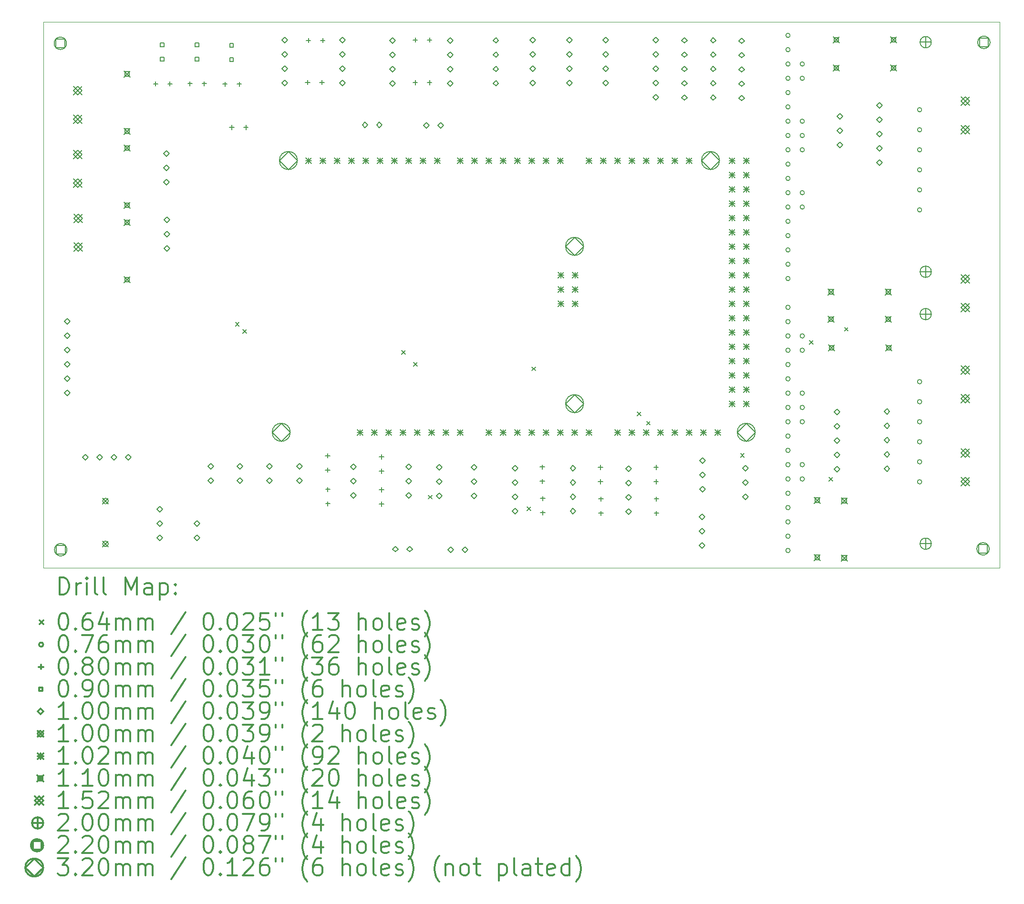
<source format=gbr>
%FSLAX45Y45*%
G04 Gerber Fmt 4.5, Leading zero omitted, Abs format (unit mm)*
G04 Created by KiCad (PCBNEW (5.1.9)-1) date 2021-05-16 20:36:05*
%MOMM*%
%LPD*%
G01*
G04 APERTURE LIST*
%TA.AperFunction,Profile*%
%ADD10C,0.050000*%
%TD*%
%ADD11C,0.200000*%
%ADD12C,0.300000*%
G04 APERTURE END LIST*
D10*
X20857000Y-3461000D02*
X3880000Y-3462000D01*
X20857000Y-13162000D02*
X20857000Y-3461000D01*
X3884000Y-13162000D02*
X20857000Y-13162000D01*
X3880000Y-3462000D02*
X3884000Y-13162000D01*
D11*
X7289620Y-8798510D02*
X7353120Y-8862010D01*
X7353120Y-8798510D02*
X7289620Y-8862010D01*
X7419850Y-8928740D02*
X7483350Y-8992240D01*
X7483350Y-8928740D02*
X7419850Y-8992240D01*
X10240930Y-9298190D02*
X10304430Y-9361690D01*
X10304430Y-9298190D02*
X10240930Y-9361690D01*
X10453290Y-9510250D02*
X10516790Y-9573750D01*
X10516790Y-9510250D02*
X10453290Y-9573750D01*
X10714730Y-11870580D02*
X10778230Y-11934080D01*
X10778230Y-11870580D02*
X10714730Y-11934080D01*
X12465370Y-12077450D02*
X12528870Y-12140950D01*
X12528870Y-12077450D02*
X12465370Y-12140950D01*
X12552120Y-9593860D02*
X12615620Y-9657360D01*
X12615620Y-9593860D02*
X12552120Y-9657360D01*
X14421270Y-10390480D02*
X14484770Y-10453980D01*
X14484770Y-10390480D02*
X14421270Y-10453980D01*
X14586680Y-10555330D02*
X14650180Y-10618830D01*
X14650180Y-10555330D02*
X14586680Y-10618830D01*
X16256310Y-11130550D02*
X16319810Y-11194050D01*
X16319810Y-11130550D02*
X16256310Y-11194050D01*
X17478240Y-9122650D02*
X17541740Y-9186150D01*
X17541740Y-9122650D02*
X17478240Y-9186150D01*
X17826780Y-11551340D02*
X17890280Y-11614840D01*
X17890280Y-11551340D02*
X17826780Y-11614840D01*
X18102200Y-8887410D02*
X18165700Y-8950910D01*
X18165700Y-8887410D02*
X18102200Y-8950910D01*
X17135500Y-3703000D02*
G75*
G03*
X17135500Y-3703000I-38100J0D01*
G01*
X17135500Y-3957000D02*
G75*
G03*
X17135500Y-3957000I-38100J0D01*
G01*
X17135500Y-4211000D02*
G75*
G03*
X17135500Y-4211000I-38100J0D01*
G01*
X17135500Y-4465000D02*
G75*
G03*
X17135500Y-4465000I-38100J0D01*
G01*
X17135500Y-4719000D02*
G75*
G03*
X17135500Y-4719000I-38100J0D01*
G01*
X17135500Y-4973000D02*
G75*
G03*
X17135500Y-4973000I-38100J0D01*
G01*
X17135500Y-5227000D02*
G75*
G03*
X17135500Y-5227000I-38100J0D01*
G01*
X17135500Y-5481000D02*
G75*
G03*
X17135500Y-5481000I-38100J0D01*
G01*
X17135500Y-5735000D02*
G75*
G03*
X17135500Y-5735000I-38100J0D01*
G01*
X17135500Y-5989000D02*
G75*
G03*
X17135500Y-5989000I-38100J0D01*
G01*
X17135500Y-6243000D02*
G75*
G03*
X17135500Y-6243000I-38100J0D01*
G01*
X17135500Y-6497000D02*
G75*
G03*
X17135500Y-6497000I-38100J0D01*
G01*
X17135500Y-6751000D02*
G75*
G03*
X17135500Y-6751000I-38100J0D01*
G01*
X17135500Y-7005000D02*
G75*
G03*
X17135500Y-7005000I-38100J0D01*
G01*
X17135500Y-7259000D02*
G75*
G03*
X17135500Y-7259000I-38100J0D01*
G01*
X17135500Y-7513000D02*
G75*
G03*
X17135500Y-7513000I-38100J0D01*
G01*
X17135500Y-7767000D02*
G75*
G03*
X17135500Y-7767000I-38100J0D01*
G01*
X17135500Y-8021000D02*
G75*
G03*
X17135500Y-8021000I-38100J0D01*
G01*
X17135500Y-8532000D02*
G75*
G03*
X17135500Y-8532000I-38100J0D01*
G01*
X17135500Y-8786000D02*
G75*
G03*
X17135500Y-8786000I-38100J0D01*
G01*
X17135500Y-9040000D02*
G75*
G03*
X17135500Y-9040000I-38100J0D01*
G01*
X17135500Y-9294000D02*
G75*
G03*
X17135500Y-9294000I-38100J0D01*
G01*
X17135500Y-9548000D02*
G75*
G03*
X17135500Y-9548000I-38100J0D01*
G01*
X17135500Y-9802000D02*
G75*
G03*
X17135500Y-9802000I-38100J0D01*
G01*
X17135500Y-10056000D02*
G75*
G03*
X17135500Y-10056000I-38100J0D01*
G01*
X17135500Y-10310000D02*
G75*
G03*
X17135500Y-10310000I-38100J0D01*
G01*
X17135500Y-10564000D02*
G75*
G03*
X17135500Y-10564000I-38100J0D01*
G01*
X17135500Y-10818000D02*
G75*
G03*
X17135500Y-10818000I-38100J0D01*
G01*
X17135500Y-11072000D02*
G75*
G03*
X17135500Y-11072000I-38100J0D01*
G01*
X17135500Y-11326000D02*
G75*
G03*
X17135500Y-11326000I-38100J0D01*
G01*
X17135500Y-11580000D02*
G75*
G03*
X17135500Y-11580000I-38100J0D01*
G01*
X17135500Y-11834000D02*
G75*
G03*
X17135500Y-11834000I-38100J0D01*
G01*
X17135500Y-12088000D02*
G75*
G03*
X17135500Y-12088000I-38100J0D01*
G01*
X17135500Y-12342000D02*
G75*
G03*
X17135500Y-12342000I-38100J0D01*
G01*
X17135500Y-12596000D02*
G75*
G03*
X17135500Y-12596000I-38100J0D01*
G01*
X17135500Y-12850000D02*
G75*
G03*
X17135500Y-12850000I-38100J0D01*
G01*
X17389500Y-4211000D02*
G75*
G03*
X17389500Y-4211000I-38100J0D01*
G01*
X17389500Y-4465000D02*
G75*
G03*
X17389500Y-4465000I-38100J0D01*
G01*
X17389500Y-5227000D02*
G75*
G03*
X17389500Y-5227000I-38100J0D01*
G01*
X17389500Y-5481000D02*
G75*
G03*
X17389500Y-5481000I-38100J0D01*
G01*
X17389500Y-5735000D02*
G75*
G03*
X17389500Y-5735000I-38100J0D01*
G01*
X17389500Y-6497000D02*
G75*
G03*
X17389500Y-6497000I-38100J0D01*
G01*
X17389500Y-6751000D02*
G75*
G03*
X17389500Y-6751000I-38100J0D01*
G01*
X17389500Y-9040000D02*
G75*
G03*
X17389500Y-9040000I-38100J0D01*
G01*
X17389500Y-9294000D02*
G75*
G03*
X17389500Y-9294000I-38100J0D01*
G01*
X17389500Y-10056000D02*
G75*
G03*
X17389500Y-10056000I-38100J0D01*
G01*
X17389500Y-10310000D02*
G75*
G03*
X17389500Y-10310000I-38100J0D01*
G01*
X17389500Y-10564000D02*
G75*
G03*
X17389500Y-10564000I-38100J0D01*
G01*
X17389500Y-11326000D02*
G75*
G03*
X17389500Y-11326000I-38100J0D01*
G01*
X17389500Y-11580000D02*
G75*
G03*
X17389500Y-11580000I-38100J0D01*
G01*
X19472300Y-5023800D02*
G75*
G03*
X19472300Y-5023800I-38100J0D01*
G01*
X19472300Y-5379400D02*
G75*
G03*
X19472300Y-5379400I-38100J0D01*
G01*
X19472300Y-5735000D02*
G75*
G03*
X19472300Y-5735000I-38100J0D01*
G01*
X19472300Y-6090600D02*
G75*
G03*
X19472300Y-6090600I-38100J0D01*
G01*
X19472300Y-6446200D02*
G75*
G03*
X19472300Y-6446200I-38100J0D01*
G01*
X19472300Y-6801800D02*
G75*
G03*
X19472300Y-6801800I-38100J0D01*
G01*
X19472300Y-9852800D02*
G75*
G03*
X19472300Y-9852800I-38100J0D01*
G01*
X19472300Y-10208400D02*
G75*
G03*
X19472300Y-10208400I-38100J0D01*
G01*
X19472300Y-10564000D02*
G75*
G03*
X19472300Y-10564000I-38100J0D01*
G01*
X19472300Y-10919600D02*
G75*
G03*
X19472300Y-10919600I-38100J0D01*
G01*
X19472300Y-11275200D02*
G75*
G03*
X19472300Y-11275200I-38100J0D01*
G01*
X19472300Y-11630800D02*
G75*
G03*
X19472300Y-11630800I-38100J0D01*
G01*
X5872000Y-4523000D02*
X5872000Y-4603000D01*
X5832000Y-4563000D02*
X5912000Y-4563000D01*
X6126000Y-4523000D02*
X6126000Y-4603000D01*
X6086000Y-4563000D02*
X6166000Y-4563000D01*
X6483000Y-4519000D02*
X6483000Y-4599000D01*
X6443000Y-4559000D02*
X6523000Y-4559000D01*
X6737000Y-4519000D02*
X6737000Y-4599000D01*
X6697000Y-4559000D02*
X6777000Y-4559000D01*
X7102000Y-4528000D02*
X7102000Y-4608000D01*
X7062000Y-4568000D02*
X7142000Y-4568000D01*
X7225000Y-5297000D02*
X7225000Y-5377000D01*
X7185000Y-5337000D02*
X7265000Y-5337000D01*
X7356000Y-4528000D02*
X7356000Y-4608000D01*
X7316000Y-4568000D02*
X7396000Y-4568000D01*
X7475000Y-5297000D02*
X7475000Y-5377000D01*
X7435000Y-5337000D02*
X7515000Y-5337000D01*
X8571000Y-4497000D02*
X8571000Y-4577000D01*
X8531000Y-4537000D02*
X8611000Y-4537000D01*
X8584000Y-3751000D02*
X8584000Y-3831000D01*
X8544000Y-3791000D02*
X8624000Y-3791000D01*
X8825000Y-4497000D02*
X8825000Y-4577000D01*
X8785000Y-4537000D02*
X8865000Y-4537000D01*
X8838000Y-3751000D02*
X8838000Y-3831000D01*
X8798000Y-3791000D02*
X8878000Y-3791000D01*
X8926000Y-11126000D02*
X8926000Y-11206000D01*
X8886000Y-11166000D02*
X8966000Y-11166000D01*
X8926000Y-11380000D02*
X8926000Y-11460000D01*
X8886000Y-11420000D02*
X8966000Y-11420000D01*
X8929000Y-11724000D02*
X8929000Y-11804000D01*
X8889000Y-11764000D02*
X8969000Y-11764000D01*
X8929000Y-11978000D02*
X8929000Y-12058000D01*
X8889000Y-12018000D02*
X8969000Y-12018000D01*
X9882000Y-11145000D02*
X9882000Y-11225000D01*
X9842000Y-11185000D02*
X9922000Y-11185000D01*
X9882000Y-11399000D02*
X9882000Y-11479000D01*
X9842000Y-11439000D02*
X9922000Y-11439000D01*
X9882000Y-11729000D02*
X9882000Y-11809000D01*
X9842000Y-11769000D02*
X9922000Y-11769000D01*
X9882000Y-11983000D02*
X9882000Y-12063000D01*
X9842000Y-12023000D02*
X9922000Y-12023000D01*
X10481000Y-3744000D02*
X10481000Y-3824000D01*
X10441000Y-3784000D02*
X10521000Y-3784000D01*
X10481000Y-4500000D02*
X10481000Y-4580000D01*
X10441000Y-4540000D02*
X10521000Y-4540000D01*
X10735000Y-3744000D02*
X10735000Y-3824000D01*
X10695000Y-3784000D02*
X10775000Y-3784000D01*
X10735000Y-4500000D02*
X10735000Y-4580000D01*
X10695000Y-4540000D02*
X10775000Y-4540000D01*
X12738000Y-11327000D02*
X12738000Y-11407000D01*
X12698000Y-11367000D02*
X12778000Y-11367000D01*
X12738000Y-11581000D02*
X12738000Y-11661000D01*
X12698000Y-11621000D02*
X12778000Y-11621000D01*
X12745000Y-11886000D02*
X12745000Y-11966000D01*
X12705000Y-11926000D02*
X12785000Y-11926000D01*
X12745000Y-12140000D02*
X12745000Y-12220000D01*
X12705000Y-12180000D02*
X12785000Y-12180000D01*
X13769000Y-11334000D02*
X13769000Y-11414000D01*
X13729000Y-11374000D02*
X13809000Y-11374000D01*
X13769000Y-11588000D02*
X13769000Y-11668000D01*
X13729000Y-11628000D02*
X13809000Y-11628000D01*
X13776000Y-11893000D02*
X13776000Y-11973000D01*
X13736000Y-11933000D02*
X13816000Y-11933000D01*
X13776000Y-12147000D02*
X13776000Y-12227000D01*
X13736000Y-12187000D02*
X13816000Y-12187000D01*
X14756000Y-11334000D02*
X14756000Y-11414000D01*
X14716000Y-11374000D02*
X14796000Y-11374000D01*
X14756000Y-11588000D02*
X14756000Y-11668000D01*
X14716000Y-11628000D02*
X14796000Y-11628000D01*
X14763000Y-11893000D02*
X14763000Y-11973000D01*
X14723000Y-11933000D02*
X14803000Y-11933000D01*
X14763000Y-12147000D02*
X14763000Y-12227000D01*
X14723000Y-12187000D02*
X14803000Y-12187000D01*
X6018820Y-3903820D02*
X6018820Y-3840180D01*
X5955180Y-3840180D01*
X5955180Y-3903820D01*
X6018820Y-3903820D01*
X6018820Y-4157820D02*
X6018820Y-4094180D01*
X5955180Y-4094180D01*
X5955180Y-4157820D01*
X6018820Y-4157820D01*
X6637820Y-3903820D02*
X6637820Y-3840180D01*
X6574180Y-3840180D01*
X6574180Y-3903820D01*
X6637820Y-3903820D01*
X6637820Y-4157820D02*
X6637820Y-4094180D01*
X6574180Y-4094180D01*
X6574180Y-4157820D01*
X6637820Y-4157820D01*
X7252820Y-3912820D02*
X7252820Y-3849180D01*
X7189180Y-3849180D01*
X7189180Y-3912820D01*
X7252820Y-3912820D01*
X7252820Y-4166820D02*
X7252820Y-4103180D01*
X7189180Y-4103180D01*
X7189180Y-4166820D01*
X7252820Y-4166820D01*
X4306000Y-8830000D02*
X4356000Y-8780000D01*
X4306000Y-8730000D01*
X4256000Y-8780000D01*
X4306000Y-8830000D01*
X4306000Y-9084000D02*
X4356000Y-9034000D01*
X4306000Y-8984000D01*
X4256000Y-9034000D01*
X4306000Y-9084000D01*
X4306000Y-9338000D02*
X4356000Y-9288000D01*
X4306000Y-9238000D01*
X4256000Y-9288000D01*
X4306000Y-9338000D01*
X4306000Y-9592000D02*
X4356000Y-9542000D01*
X4306000Y-9492000D01*
X4256000Y-9542000D01*
X4306000Y-9592000D01*
X4306000Y-9846000D02*
X4356000Y-9796000D01*
X4306000Y-9746000D01*
X4256000Y-9796000D01*
X4306000Y-9846000D01*
X4306000Y-10100000D02*
X4356000Y-10050000D01*
X4306000Y-10000000D01*
X4256000Y-10050000D01*
X4306000Y-10100000D01*
X4628000Y-11244000D02*
X4678000Y-11194000D01*
X4628000Y-11144000D01*
X4578000Y-11194000D01*
X4628000Y-11244000D01*
X4882000Y-11244000D02*
X4932000Y-11194000D01*
X4882000Y-11144000D01*
X4832000Y-11194000D01*
X4882000Y-11244000D01*
X5136000Y-11244000D02*
X5186000Y-11194000D01*
X5136000Y-11144000D01*
X5086000Y-11194000D01*
X5136000Y-11244000D01*
X5390000Y-11244000D02*
X5440000Y-11194000D01*
X5390000Y-11144000D01*
X5340000Y-11194000D01*
X5390000Y-11244000D01*
X5948000Y-12165000D02*
X5998000Y-12115000D01*
X5948000Y-12065000D01*
X5898000Y-12115000D01*
X5948000Y-12165000D01*
X5948000Y-12419000D02*
X5998000Y-12369000D01*
X5948000Y-12319000D01*
X5898000Y-12369000D01*
X5948000Y-12419000D01*
X5948000Y-12673000D02*
X5998000Y-12623000D01*
X5948000Y-12573000D01*
X5898000Y-12623000D01*
X5948000Y-12673000D01*
X6066000Y-5852000D02*
X6116000Y-5802000D01*
X6066000Y-5752000D01*
X6016000Y-5802000D01*
X6066000Y-5852000D01*
X6066000Y-6106000D02*
X6116000Y-6056000D01*
X6066000Y-6006000D01*
X6016000Y-6056000D01*
X6066000Y-6106000D01*
X6066000Y-6360000D02*
X6116000Y-6310000D01*
X6066000Y-6260000D01*
X6016000Y-6310000D01*
X6066000Y-6360000D01*
X6070000Y-7026000D02*
X6120000Y-6976000D01*
X6070000Y-6926000D01*
X6020000Y-6976000D01*
X6070000Y-7026000D01*
X6070000Y-7280000D02*
X6120000Y-7230000D01*
X6070000Y-7180000D01*
X6020000Y-7230000D01*
X6070000Y-7280000D01*
X6070000Y-7534000D02*
X6120000Y-7484000D01*
X6070000Y-7434000D01*
X6020000Y-7484000D01*
X6070000Y-7534000D01*
X6608000Y-12424000D02*
X6658000Y-12374000D01*
X6608000Y-12324000D01*
X6558000Y-12374000D01*
X6608000Y-12424000D01*
X6608000Y-12678000D02*
X6658000Y-12628000D01*
X6608000Y-12578000D01*
X6558000Y-12628000D01*
X6608000Y-12678000D01*
X6850000Y-11402000D02*
X6900000Y-11352000D01*
X6850000Y-11302000D01*
X6800000Y-11352000D01*
X6850000Y-11402000D01*
X6850000Y-11656000D02*
X6900000Y-11606000D01*
X6850000Y-11556000D01*
X6800000Y-11606000D01*
X6850000Y-11656000D01*
X7370000Y-11402000D02*
X7420000Y-11352000D01*
X7370000Y-11302000D01*
X7320000Y-11352000D01*
X7370000Y-11402000D01*
X7370000Y-11656000D02*
X7420000Y-11606000D01*
X7370000Y-11556000D01*
X7320000Y-11606000D01*
X7370000Y-11656000D01*
X7891000Y-11402000D02*
X7941000Y-11352000D01*
X7891000Y-11302000D01*
X7841000Y-11352000D01*
X7891000Y-11402000D01*
X7891000Y-11656000D02*
X7941000Y-11606000D01*
X7891000Y-11556000D01*
X7841000Y-11606000D01*
X7891000Y-11656000D01*
X8162000Y-3833000D02*
X8212000Y-3783000D01*
X8162000Y-3733000D01*
X8112000Y-3783000D01*
X8162000Y-3833000D01*
X8162000Y-4087000D02*
X8212000Y-4037000D01*
X8162000Y-3987000D01*
X8112000Y-4037000D01*
X8162000Y-4087000D01*
X8162000Y-4341000D02*
X8212000Y-4291000D01*
X8162000Y-4241000D01*
X8112000Y-4291000D01*
X8162000Y-4341000D01*
X8162000Y-4595000D02*
X8212000Y-4545000D01*
X8162000Y-4495000D01*
X8112000Y-4545000D01*
X8162000Y-4595000D01*
X8427000Y-11402000D02*
X8477000Y-11352000D01*
X8427000Y-11302000D01*
X8377000Y-11352000D01*
X8427000Y-11402000D01*
X8427000Y-11656000D02*
X8477000Y-11606000D01*
X8427000Y-11556000D01*
X8377000Y-11606000D01*
X8427000Y-11656000D01*
X9192000Y-3838000D02*
X9242000Y-3788000D01*
X9192000Y-3738000D01*
X9142000Y-3788000D01*
X9192000Y-3838000D01*
X9192000Y-4092000D02*
X9242000Y-4042000D01*
X9192000Y-3992000D01*
X9142000Y-4042000D01*
X9192000Y-4092000D01*
X9192000Y-4346000D02*
X9242000Y-4296000D01*
X9192000Y-4246000D01*
X9142000Y-4296000D01*
X9192000Y-4346000D01*
X9192000Y-4600000D02*
X9242000Y-4550000D01*
X9192000Y-4500000D01*
X9142000Y-4550000D01*
X9192000Y-4600000D01*
X9386000Y-11415000D02*
X9436000Y-11365000D01*
X9386000Y-11315000D01*
X9336000Y-11365000D01*
X9386000Y-11415000D01*
X9386000Y-11669000D02*
X9436000Y-11619000D01*
X9386000Y-11569000D01*
X9336000Y-11619000D01*
X9386000Y-11669000D01*
X9386000Y-11923000D02*
X9436000Y-11873000D01*
X9386000Y-11823000D01*
X9336000Y-11873000D01*
X9386000Y-11923000D01*
X9590000Y-5346000D02*
X9640000Y-5296000D01*
X9590000Y-5246000D01*
X9540000Y-5296000D01*
X9590000Y-5346000D01*
X9844000Y-5346000D02*
X9894000Y-5296000D01*
X9844000Y-5246000D01*
X9794000Y-5296000D01*
X9844000Y-5346000D01*
X10081000Y-3843000D02*
X10131000Y-3793000D01*
X10081000Y-3743000D01*
X10031000Y-3793000D01*
X10081000Y-3843000D01*
X10081000Y-4097000D02*
X10131000Y-4047000D01*
X10081000Y-3997000D01*
X10031000Y-4047000D01*
X10081000Y-4097000D01*
X10081000Y-4351000D02*
X10131000Y-4301000D01*
X10081000Y-4251000D01*
X10031000Y-4301000D01*
X10081000Y-4351000D01*
X10081000Y-4605000D02*
X10131000Y-4555000D01*
X10081000Y-4505000D01*
X10031000Y-4555000D01*
X10081000Y-4605000D01*
X10129000Y-12875000D02*
X10179000Y-12825000D01*
X10129000Y-12775000D01*
X10079000Y-12825000D01*
X10129000Y-12875000D01*
X10367000Y-11415000D02*
X10417000Y-11365000D01*
X10367000Y-11315000D01*
X10317000Y-11365000D01*
X10367000Y-11415000D01*
X10367000Y-11669000D02*
X10417000Y-11619000D01*
X10367000Y-11569000D01*
X10317000Y-11619000D01*
X10367000Y-11669000D01*
X10367000Y-11923000D02*
X10417000Y-11873000D01*
X10367000Y-11823000D01*
X10317000Y-11873000D01*
X10367000Y-11923000D01*
X10383000Y-12875000D02*
X10433000Y-12825000D01*
X10383000Y-12775000D01*
X10333000Y-12825000D01*
X10383000Y-12875000D01*
X10678000Y-5350000D02*
X10728000Y-5300000D01*
X10678000Y-5250000D01*
X10628000Y-5300000D01*
X10678000Y-5350000D01*
X10906000Y-11420000D02*
X10956000Y-11370000D01*
X10906000Y-11320000D01*
X10856000Y-11370000D01*
X10906000Y-11420000D01*
X10906000Y-11674000D02*
X10956000Y-11624000D01*
X10906000Y-11574000D01*
X10856000Y-11624000D01*
X10906000Y-11674000D01*
X10906000Y-11928000D02*
X10956000Y-11878000D01*
X10906000Y-11828000D01*
X10856000Y-11878000D01*
X10906000Y-11928000D01*
X10932000Y-5350000D02*
X10982000Y-5300000D01*
X10932000Y-5250000D01*
X10882000Y-5300000D01*
X10932000Y-5350000D01*
X11102000Y-3848000D02*
X11152000Y-3798000D01*
X11102000Y-3748000D01*
X11052000Y-3798000D01*
X11102000Y-3848000D01*
X11102000Y-4102000D02*
X11152000Y-4052000D01*
X11102000Y-4002000D01*
X11052000Y-4052000D01*
X11102000Y-4102000D01*
X11102000Y-4356000D02*
X11152000Y-4306000D01*
X11102000Y-4256000D01*
X11052000Y-4306000D01*
X11102000Y-4356000D01*
X11102000Y-4610000D02*
X11152000Y-4560000D01*
X11102000Y-4510000D01*
X11052000Y-4560000D01*
X11102000Y-4610000D01*
X11112000Y-12890000D02*
X11162000Y-12840000D01*
X11112000Y-12790000D01*
X11062000Y-12840000D01*
X11112000Y-12890000D01*
X11366000Y-12890000D02*
X11416000Y-12840000D01*
X11366000Y-12790000D01*
X11316000Y-12840000D01*
X11366000Y-12890000D01*
X11526000Y-11420000D02*
X11576000Y-11370000D01*
X11526000Y-11320000D01*
X11476000Y-11370000D01*
X11526000Y-11420000D01*
X11526000Y-11674000D02*
X11576000Y-11624000D01*
X11526000Y-11574000D01*
X11476000Y-11624000D01*
X11526000Y-11674000D01*
X11526000Y-11928000D02*
X11576000Y-11878000D01*
X11526000Y-11828000D01*
X11476000Y-11878000D01*
X11526000Y-11928000D01*
X11911000Y-3841000D02*
X11961000Y-3791000D01*
X11911000Y-3741000D01*
X11861000Y-3791000D01*
X11911000Y-3841000D01*
X11911000Y-4095000D02*
X11961000Y-4045000D01*
X11911000Y-3995000D01*
X11861000Y-4045000D01*
X11911000Y-4095000D01*
X11911000Y-4349000D02*
X11961000Y-4299000D01*
X11911000Y-4249000D01*
X11861000Y-4299000D01*
X11911000Y-4349000D01*
X11911000Y-4603000D02*
X11961000Y-4553000D01*
X11911000Y-4503000D01*
X11861000Y-4553000D01*
X11911000Y-4603000D01*
X12252000Y-11438000D02*
X12302000Y-11388000D01*
X12252000Y-11338000D01*
X12202000Y-11388000D01*
X12252000Y-11438000D01*
X12252000Y-11692000D02*
X12302000Y-11642000D01*
X12252000Y-11592000D01*
X12202000Y-11642000D01*
X12252000Y-11692000D01*
X12252000Y-11946000D02*
X12302000Y-11896000D01*
X12252000Y-11846000D01*
X12202000Y-11896000D01*
X12252000Y-11946000D01*
X12252000Y-12200000D02*
X12302000Y-12150000D01*
X12252000Y-12100000D01*
X12202000Y-12150000D01*
X12252000Y-12200000D01*
X12566000Y-3839000D02*
X12616000Y-3789000D01*
X12566000Y-3739000D01*
X12516000Y-3789000D01*
X12566000Y-3839000D01*
X12566000Y-4093000D02*
X12616000Y-4043000D01*
X12566000Y-3993000D01*
X12516000Y-4043000D01*
X12566000Y-4093000D01*
X12566000Y-4347000D02*
X12616000Y-4297000D01*
X12566000Y-4247000D01*
X12516000Y-4297000D01*
X12566000Y-4347000D01*
X12566000Y-4601000D02*
X12616000Y-4551000D01*
X12566000Y-4501000D01*
X12516000Y-4551000D01*
X12566000Y-4601000D01*
X13220000Y-3839000D02*
X13270000Y-3789000D01*
X13220000Y-3739000D01*
X13170000Y-3789000D01*
X13220000Y-3839000D01*
X13220000Y-4093000D02*
X13270000Y-4043000D01*
X13220000Y-3993000D01*
X13170000Y-4043000D01*
X13220000Y-4093000D01*
X13220000Y-4347000D02*
X13270000Y-4297000D01*
X13220000Y-4247000D01*
X13170000Y-4297000D01*
X13220000Y-4347000D01*
X13220000Y-4601000D02*
X13270000Y-4551000D01*
X13220000Y-4501000D01*
X13170000Y-4551000D01*
X13220000Y-4601000D01*
X13282000Y-11438000D02*
X13332000Y-11388000D01*
X13282000Y-11338000D01*
X13232000Y-11388000D01*
X13282000Y-11438000D01*
X13282000Y-11692000D02*
X13332000Y-11642000D01*
X13282000Y-11592000D01*
X13232000Y-11642000D01*
X13282000Y-11692000D01*
X13282000Y-11946000D02*
X13332000Y-11896000D01*
X13282000Y-11846000D01*
X13232000Y-11896000D01*
X13282000Y-11946000D01*
X13282000Y-12200000D02*
X13332000Y-12150000D01*
X13282000Y-12100000D01*
X13232000Y-12150000D01*
X13282000Y-12200000D01*
X13864000Y-3839000D02*
X13914000Y-3789000D01*
X13864000Y-3739000D01*
X13814000Y-3789000D01*
X13864000Y-3839000D01*
X13864000Y-4093000D02*
X13914000Y-4043000D01*
X13864000Y-3993000D01*
X13814000Y-4043000D01*
X13864000Y-4093000D01*
X13864000Y-4347000D02*
X13914000Y-4297000D01*
X13864000Y-4247000D01*
X13814000Y-4297000D01*
X13864000Y-4347000D01*
X13864000Y-4601000D02*
X13914000Y-4551000D01*
X13864000Y-4501000D01*
X13814000Y-4551000D01*
X13864000Y-4601000D01*
X14270000Y-11446000D02*
X14320000Y-11396000D01*
X14270000Y-11346000D01*
X14220000Y-11396000D01*
X14270000Y-11446000D01*
X14270000Y-11700000D02*
X14320000Y-11650000D01*
X14270000Y-11600000D01*
X14220000Y-11650000D01*
X14270000Y-11700000D01*
X14270000Y-11954000D02*
X14320000Y-11904000D01*
X14270000Y-11854000D01*
X14220000Y-11904000D01*
X14270000Y-11954000D01*
X14270000Y-12208000D02*
X14320000Y-12158000D01*
X14270000Y-12108000D01*
X14220000Y-12158000D01*
X14270000Y-12208000D01*
X14752000Y-3833000D02*
X14802000Y-3783000D01*
X14752000Y-3733000D01*
X14702000Y-3783000D01*
X14752000Y-3833000D01*
X14752000Y-4087000D02*
X14802000Y-4037000D01*
X14752000Y-3987000D01*
X14702000Y-4037000D01*
X14752000Y-4087000D01*
X14752000Y-4341000D02*
X14802000Y-4291000D01*
X14752000Y-4241000D01*
X14702000Y-4291000D01*
X14752000Y-4341000D01*
X14752000Y-4595000D02*
X14802000Y-4545000D01*
X14752000Y-4495000D01*
X14702000Y-4545000D01*
X14752000Y-4595000D01*
X14752000Y-4849000D02*
X14802000Y-4799000D01*
X14752000Y-4749000D01*
X14702000Y-4799000D01*
X14752000Y-4849000D01*
X15257000Y-3841000D02*
X15307000Y-3791000D01*
X15257000Y-3741000D01*
X15207000Y-3791000D01*
X15257000Y-3841000D01*
X15257000Y-4095000D02*
X15307000Y-4045000D01*
X15257000Y-3995000D01*
X15207000Y-4045000D01*
X15257000Y-4095000D01*
X15257000Y-4349000D02*
X15307000Y-4299000D01*
X15257000Y-4249000D01*
X15207000Y-4299000D01*
X15257000Y-4349000D01*
X15257000Y-4603000D02*
X15307000Y-4553000D01*
X15257000Y-4503000D01*
X15207000Y-4553000D01*
X15257000Y-4603000D01*
X15257000Y-4857000D02*
X15307000Y-4807000D01*
X15257000Y-4757000D01*
X15207000Y-4807000D01*
X15257000Y-4857000D01*
X15575000Y-12305000D02*
X15625000Y-12255000D01*
X15575000Y-12205000D01*
X15525000Y-12255000D01*
X15575000Y-12305000D01*
X15575000Y-12559000D02*
X15625000Y-12509000D01*
X15575000Y-12459000D01*
X15525000Y-12509000D01*
X15575000Y-12559000D01*
X15575000Y-12813000D02*
X15625000Y-12763000D01*
X15575000Y-12713000D01*
X15525000Y-12763000D01*
X15575000Y-12813000D01*
X15580000Y-11301000D02*
X15630000Y-11251000D01*
X15580000Y-11201000D01*
X15530000Y-11251000D01*
X15580000Y-11301000D01*
X15580000Y-11555000D02*
X15630000Y-11505000D01*
X15580000Y-11455000D01*
X15530000Y-11505000D01*
X15580000Y-11555000D01*
X15580000Y-11809000D02*
X15630000Y-11759000D01*
X15580000Y-11709000D01*
X15530000Y-11759000D01*
X15580000Y-11809000D01*
X15771000Y-3841000D02*
X15821000Y-3791000D01*
X15771000Y-3741000D01*
X15721000Y-3791000D01*
X15771000Y-3841000D01*
X15771000Y-4095000D02*
X15821000Y-4045000D01*
X15771000Y-3995000D01*
X15721000Y-4045000D01*
X15771000Y-4095000D01*
X15771000Y-4349000D02*
X15821000Y-4299000D01*
X15771000Y-4249000D01*
X15721000Y-4299000D01*
X15771000Y-4349000D01*
X15771000Y-4603000D02*
X15821000Y-4553000D01*
X15771000Y-4503000D01*
X15721000Y-4553000D01*
X15771000Y-4603000D01*
X15771000Y-4857000D02*
X15821000Y-4807000D01*
X15771000Y-4757000D01*
X15721000Y-4807000D01*
X15771000Y-4857000D01*
X16277000Y-3849000D02*
X16327000Y-3799000D01*
X16277000Y-3749000D01*
X16227000Y-3799000D01*
X16277000Y-3849000D01*
X16277000Y-4103000D02*
X16327000Y-4053000D01*
X16277000Y-4003000D01*
X16227000Y-4053000D01*
X16277000Y-4103000D01*
X16277000Y-4357000D02*
X16327000Y-4307000D01*
X16277000Y-4257000D01*
X16227000Y-4307000D01*
X16277000Y-4357000D01*
X16277000Y-4611000D02*
X16327000Y-4561000D01*
X16277000Y-4511000D01*
X16227000Y-4561000D01*
X16277000Y-4611000D01*
X16277000Y-4865000D02*
X16327000Y-4815000D01*
X16277000Y-4765000D01*
X16227000Y-4815000D01*
X16277000Y-4865000D01*
X16342000Y-11436000D02*
X16392000Y-11386000D01*
X16342000Y-11336000D01*
X16292000Y-11386000D01*
X16342000Y-11436000D01*
X16342000Y-11690000D02*
X16392000Y-11640000D01*
X16342000Y-11590000D01*
X16292000Y-11640000D01*
X16342000Y-11690000D01*
X16342000Y-11944000D02*
X16392000Y-11894000D01*
X16342000Y-11844000D01*
X16292000Y-11894000D01*
X16342000Y-11944000D01*
X17970000Y-10439000D02*
X18020000Y-10389000D01*
X17970000Y-10339000D01*
X17920000Y-10389000D01*
X17970000Y-10439000D01*
X17970000Y-10693000D02*
X18020000Y-10643000D01*
X17970000Y-10593000D01*
X17920000Y-10643000D01*
X17970000Y-10693000D01*
X17970000Y-10947000D02*
X18020000Y-10897000D01*
X17970000Y-10847000D01*
X17920000Y-10897000D01*
X17970000Y-10947000D01*
X17970000Y-11201000D02*
X18020000Y-11151000D01*
X17970000Y-11101000D01*
X17920000Y-11151000D01*
X17970000Y-11201000D01*
X17970000Y-11455000D02*
X18020000Y-11405000D01*
X17970000Y-11355000D01*
X17920000Y-11405000D01*
X17970000Y-11455000D01*
X18016000Y-5189000D02*
X18066000Y-5139000D01*
X18016000Y-5089000D01*
X17966000Y-5139000D01*
X18016000Y-5189000D01*
X18016000Y-5443000D02*
X18066000Y-5393000D01*
X18016000Y-5343000D01*
X17966000Y-5393000D01*
X18016000Y-5443000D01*
X18016000Y-5697000D02*
X18066000Y-5647000D01*
X18016000Y-5597000D01*
X17966000Y-5647000D01*
X18016000Y-5697000D01*
X18720000Y-4995000D02*
X18770000Y-4945000D01*
X18720000Y-4895000D01*
X18670000Y-4945000D01*
X18720000Y-4995000D01*
X18720000Y-5249000D02*
X18770000Y-5199000D01*
X18720000Y-5149000D01*
X18670000Y-5199000D01*
X18720000Y-5249000D01*
X18720000Y-5503000D02*
X18770000Y-5453000D01*
X18720000Y-5403000D01*
X18670000Y-5453000D01*
X18720000Y-5503000D01*
X18720000Y-5757000D02*
X18770000Y-5707000D01*
X18720000Y-5657000D01*
X18670000Y-5707000D01*
X18720000Y-5757000D01*
X18720000Y-6011000D02*
X18770000Y-5961000D01*
X18720000Y-5911000D01*
X18670000Y-5961000D01*
X18720000Y-6011000D01*
X18854000Y-10431000D02*
X18904000Y-10381000D01*
X18854000Y-10331000D01*
X18804000Y-10381000D01*
X18854000Y-10431000D01*
X18854000Y-10685000D02*
X18904000Y-10635000D01*
X18854000Y-10585000D01*
X18804000Y-10635000D01*
X18854000Y-10685000D01*
X18854000Y-10939000D02*
X18904000Y-10889000D01*
X18854000Y-10839000D01*
X18804000Y-10889000D01*
X18854000Y-10939000D01*
X18854000Y-11193000D02*
X18904000Y-11143000D01*
X18854000Y-11093000D01*
X18804000Y-11143000D01*
X18854000Y-11193000D01*
X18854000Y-11447000D02*
X18904000Y-11397000D01*
X18854000Y-11347000D01*
X18804000Y-11397000D01*
X18854000Y-11447000D01*
X4931962Y-11921978D02*
X5032038Y-12022054D01*
X5032038Y-11921978D02*
X4931962Y-12022054D01*
X5032038Y-11972016D02*
G75*
G03*
X5032038Y-11972016I-50038J0D01*
G01*
X4931962Y-12681946D02*
X5032038Y-12782022D01*
X5032038Y-12681946D02*
X4931962Y-12782022D01*
X5032038Y-12731984D02*
G75*
G03*
X5032038Y-12731984I-50038J0D01*
G01*
X8533800Y-5874200D02*
X8635400Y-5975800D01*
X8635400Y-5874200D02*
X8533800Y-5975800D01*
X8584600Y-5874200D02*
X8584600Y-5975800D01*
X8533800Y-5925000D02*
X8635400Y-5925000D01*
X8787800Y-5874200D02*
X8889400Y-5975800D01*
X8889400Y-5874200D02*
X8787800Y-5975800D01*
X8838600Y-5874200D02*
X8838600Y-5975800D01*
X8787800Y-5925000D02*
X8889400Y-5925000D01*
X9041800Y-5874200D02*
X9143400Y-5975800D01*
X9143400Y-5874200D02*
X9041800Y-5975800D01*
X9092600Y-5874200D02*
X9092600Y-5975800D01*
X9041800Y-5925000D02*
X9143400Y-5925000D01*
X9295800Y-5874200D02*
X9397400Y-5975800D01*
X9397400Y-5874200D02*
X9295800Y-5975800D01*
X9346600Y-5874200D02*
X9346600Y-5975800D01*
X9295800Y-5925000D02*
X9397400Y-5925000D01*
X9448200Y-10700200D02*
X9549800Y-10801800D01*
X9549800Y-10700200D02*
X9448200Y-10801800D01*
X9499000Y-10700200D02*
X9499000Y-10801800D01*
X9448200Y-10751000D02*
X9549800Y-10751000D01*
X9549800Y-5874200D02*
X9651400Y-5975800D01*
X9651400Y-5874200D02*
X9549800Y-5975800D01*
X9600600Y-5874200D02*
X9600600Y-5975800D01*
X9549800Y-5925000D02*
X9651400Y-5925000D01*
X9702200Y-10700200D02*
X9803800Y-10801800D01*
X9803800Y-10700200D02*
X9702200Y-10801800D01*
X9753000Y-10700200D02*
X9753000Y-10801800D01*
X9702200Y-10751000D02*
X9803800Y-10751000D01*
X9803800Y-5874200D02*
X9905400Y-5975800D01*
X9905400Y-5874200D02*
X9803800Y-5975800D01*
X9854600Y-5874200D02*
X9854600Y-5975800D01*
X9803800Y-5925000D02*
X9905400Y-5925000D01*
X9956200Y-10700200D02*
X10057800Y-10801800D01*
X10057800Y-10700200D02*
X9956200Y-10801800D01*
X10007000Y-10700200D02*
X10007000Y-10801800D01*
X9956200Y-10751000D02*
X10057800Y-10751000D01*
X10057800Y-5874200D02*
X10159400Y-5975800D01*
X10159400Y-5874200D02*
X10057800Y-5975800D01*
X10108600Y-5874200D02*
X10108600Y-5975800D01*
X10057800Y-5925000D02*
X10159400Y-5925000D01*
X10210200Y-10700200D02*
X10311800Y-10801800D01*
X10311800Y-10700200D02*
X10210200Y-10801800D01*
X10261000Y-10700200D02*
X10261000Y-10801800D01*
X10210200Y-10751000D02*
X10311800Y-10751000D01*
X10311800Y-5874200D02*
X10413400Y-5975800D01*
X10413400Y-5874200D02*
X10311800Y-5975800D01*
X10362600Y-5874200D02*
X10362600Y-5975800D01*
X10311800Y-5925000D02*
X10413400Y-5925000D01*
X10464200Y-10700200D02*
X10565800Y-10801800D01*
X10565800Y-10700200D02*
X10464200Y-10801800D01*
X10515000Y-10700200D02*
X10515000Y-10801800D01*
X10464200Y-10751000D02*
X10565800Y-10751000D01*
X10565800Y-5874200D02*
X10667400Y-5975800D01*
X10667400Y-5874200D02*
X10565800Y-5975800D01*
X10616600Y-5874200D02*
X10616600Y-5975800D01*
X10565800Y-5925000D02*
X10667400Y-5925000D01*
X10718200Y-10700200D02*
X10819800Y-10801800D01*
X10819800Y-10700200D02*
X10718200Y-10801800D01*
X10769000Y-10700200D02*
X10769000Y-10801800D01*
X10718200Y-10751000D02*
X10819800Y-10751000D01*
X10819800Y-5874200D02*
X10921400Y-5975800D01*
X10921400Y-5874200D02*
X10819800Y-5975800D01*
X10870600Y-5874200D02*
X10870600Y-5975800D01*
X10819800Y-5925000D02*
X10921400Y-5925000D01*
X10972200Y-10700200D02*
X11073800Y-10801800D01*
X11073800Y-10700200D02*
X10972200Y-10801800D01*
X11023000Y-10700200D02*
X11023000Y-10801800D01*
X10972200Y-10751000D02*
X11073800Y-10751000D01*
X11226200Y-5874200D02*
X11327800Y-5975800D01*
X11327800Y-5874200D02*
X11226200Y-5975800D01*
X11277000Y-5874200D02*
X11277000Y-5975800D01*
X11226200Y-5925000D02*
X11327800Y-5925000D01*
X11226200Y-10700200D02*
X11327800Y-10801800D01*
X11327800Y-10700200D02*
X11226200Y-10801800D01*
X11277000Y-10700200D02*
X11277000Y-10801800D01*
X11226200Y-10751000D02*
X11327800Y-10751000D01*
X11480200Y-5874200D02*
X11581800Y-5975800D01*
X11581800Y-5874200D02*
X11480200Y-5975800D01*
X11531000Y-5874200D02*
X11531000Y-5975800D01*
X11480200Y-5925000D02*
X11581800Y-5925000D01*
X11734200Y-5874200D02*
X11835800Y-5975800D01*
X11835800Y-5874200D02*
X11734200Y-5975800D01*
X11785000Y-5874200D02*
X11785000Y-5975800D01*
X11734200Y-5925000D02*
X11835800Y-5925000D01*
X11734200Y-10700200D02*
X11835800Y-10801800D01*
X11835800Y-10700200D02*
X11734200Y-10801800D01*
X11785000Y-10700200D02*
X11785000Y-10801800D01*
X11734200Y-10751000D02*
X11835800Y-10751000D01*
X11988200Y-5874200D02*
X12089800Y-5975800D01*
X12089800Y-5874200D02*
X11988200Y-5975800D01*
X12039000Y-5874200D02*
X12039000Y-5975800D01*
X11988200Y-5925000D02*
X12089800Y-5925000D01*
X11988200Y-10700200D02*
X12089800Y-10801800D01*
X12089800Y-10700200D02*
X11988200Y-10801800D01*
X12039000Y-10700200D02*
X12039000Y-10801800D01*
X11988200Y-10751000D02*
X12089800Y-10751000D01*
X12242200Y-5874200D02*
X12343800Y-5975800D01*
X12343800Y-5874200D02*
X12242200Y-5975800D01*
X12293000Y-5874200D02*
X12293000Y-5975800D01*
X12242200Y-5925000D02*
X12343800Y-5925000D01*
X12242200Y-10700200D02*
X12343800Y-10801800D01*
X12343800Y-10700200D02*
X12242200Y-10801800D01*
X12293000Y-10700200D02*
X12293000Y-10801800D01*
X12242200Y-10751000D02*
X12343800Y-10751000D01*
X12496200Y-5874200D02*
X12597800Y-5975800D01*
X12597800Y-5874200D02*
X12496200Y-5975800D01*
X12547000Y-5874200D02*
X12547000Y-5975800D01*
X12496200Y-5925000D02*
X12597800Y-5925000D01*
X12496200Y-10700200D02*
X12597800Y-10801800D01*
X12597800Y-10700200D02*
X12496200Y-10801800D01*
X12547000Y-10700200D02*
X12547000Y-10801800D01*
X12496200Y-10751000D02*
X12597800Y-10751000D01*
X12750200Y-5874200D02*
X12851800Y-5975800D01*
X12851800Y-5874200D02*
X12750200Y-5975800D01*
X12801000Y-5874200D02*
X12801000Y-5975800D01*
X12750200Y-5925000D02*
X12851800Y-5925000D01*
X12750200Y-10700200D02*
X12851800Y-10801800D01*
X12851800Y-10700200D02*
X12750200Y-10801800D01*
X12801000Y-10700200D02*
X12801000Y-10801800D01*
X12750200Y-10751000D02*
X12851800Y-10751000D01*
X13004200Y-5874200D02*
X13105800Y-5975800D01*
X13105800Y-5874200D02*
X13004200Y-5975800D01*
X13055000Y-5874200D02*
X13055000Y-5975800D01*
X13004200Y-5925000D02*
X13105800Y-5925000D01*
X13004200Y-10700200D02*
X13105800Y-10801800D01*
X13105800Y-10700200D02*
X13004200Y-10801800D01*
X13055000Y-10700200D02*
X13055000Y-10801800D01*
X13004200Y-10751000D02*
X13105800Y-10751000D01*
X13016900Y-7906200D02*
X13118500Y-8007800D01*
X13118500Y-7906200D02*
X13016900Y-8007800D01*
X13067700Y-7906200D02*
X13067700Y-8007800D01*
X13016900Y-7957000D02*
X13118500Y-7957000D01*
X13016900Y-8160200D02*
X13118500Y-8261800D01*
X13118500Y-8160200D02*
X13016900Y-8261800D01*
X13067700Y-8160200D02*
X13067700Y-8261800D01*
X13016900Y-8211000D02*
X13118500Y-8211000D01*
X13016900Y-8414200D02*
X13118500Y-8515800D01*
X13118500Y-8414200D02*
X13016900Y-8515800D01*
X13067700Y-8414200D02*
X13067700Y-8515800D01*
X13016900Y-8465000D02*
X13118500Y-8465000D01*
X13258200Y-10700200D02*
X13359800Y-10801800D01*
X13359800Y-10700200D02*
X13258200Y-10801800D01*
X13309000Y-10700200D02*
X13309000Y-10801800D01*
X13258200Y-10751000D02*
X13359800Y-10751000D01*
X13270900Y-7906200D02*
X13372500Y-8007800D01*
X13372500Y-7906200D02*
X13270900Y-8007800D01*
X13321700Y-7906200D02*
X13321700Y-8007800D01*
X13270900Y-7957000D02*
X13372500Y-7957000D01*
X13270900Y-8160200D02*
X13372500Y-8261800D01*
X13372500Y-8160200D02*
X13270900Y-8261800D01*
X13321700Y-8160200D02*
X13321700Y-8261800D01*
X13270900Y-8211000D02*
X13372500Y-8211000D01*
X13270900Y-8414200D02*
X13372500Y-8515800D01*
X13372500Y-8414200D02*
X13270900Y-8515800D01*
X13321700Y-8414200D02*
X13321700Y-8515800D01*
X13270900Y-8465000D02*
X13372500Y-8465000D01*
X13512200Y-5874200D02*
X13613800Y-5975800D01*
X13613800Y-5874200D02*
X13512200Y-5975800D01*
X13563000Y-5874200D02*
X13563000Y-5975800D01*
X13512200Y-5925000D02*
X13613800Y-5925000D01*
X13512200Y-10700200D02*
X13613800Y-10801800D01*
X13613800Y-10700200D02*
X13512200Y-10801800D01*
X13563000Y-10700200D02*
X13563000Y-10801800D01*
X13512200Y-10751000D02*
X13613800Y-10751000D01*
X13766200Y-5874200D02*
X13867800Y-5975800D01*
X13867800Y-5874200D02*
X13766200Y-5975800D01*
X13817000Y-5874200D02*
X13817000Y-5975800D01*
X13766200Y-5925000D02*
X13867800Y-5925000D01*
X14020200Y-5874200D02*
X14121800Y-5975800D01*
X14121800Y-5874200D02*
X14020200Y-5975800D01*
X14071000Y-5874200D02*
X14071000Y-5975800D01*
X14020200Y-5925000D02*
X14121800Y-5925000D01*
X14020200Y-10700200D02*
X14121800Y-10801800D01*
X14121800Y-10700200D02*
X14020200Y-10801800D01*
X14071000Y-10700200D02*
X14071000Y-10801800D01*
X14020200Y-10751000D02*
X14121800Y-10751000D01*
X14274200Y-5874200D02*
X14375800Y-5975800D01*
X14375800Y-5874200D02*
X14274200Y-5975800D01*
X14325000Y-5874200D02*
X14325000Y-5975800D01*
X14274200Y-5925000D02*
X14375800Y-5925000D01*
X14274200Y-10700200D02*
X14375800Y-10801800D01*
X14375800Y-10700200D02*
X14274200Y-10801800D01*
X14325000Y-10700200D02*
X14325000Y-10801800D01*
X14274200Y-10751000D02*
X14375800Y-10751000D01*
X14528200Y-5874200D02*
X14629800Y-5975800D01*
X14629800Y-5874200D02*
X14528200Y-5975800D01*
X14579000Y-5874200D02*
X14579000Y-5975800D01*
X14528200Y-5925000D02*
X14629800Y-5925000D01*
X14528200Y-10700200D02*
X14629800Y-10801800D01*
X14629800Y-10700200D02*
X14528200Y-10801800D01*
X14579000Y-10700200D02*
X14579000Y-10801800D01*
X14528200Y-10751000D02*
X14629800Y-10751000D01*
X14782200Y-5874200D02*
X14883800Y-5975800D01*
X14883800Y-5874200D02*
X14782200Y-5975800D01*
X14833000Y-5874200D02*
X14833000Y-5975800D01*
X14782200Y-5925000D02*
X14883800Y-5925000D01*
X14782200Y-10700200D02*
X14883800Y-10801800D01*
X14883800Y-10700200D02*
X14782200Y-10801800D01*
X14833000Y-10700200D02*
X14833000Y-10801800D01*
X14782200Y-10751000D02*
X14883800Y-10751000D01*
X15036200Y-5874200D02*
X15137800Y-5975800D01*
X15137800Y-5874200D02*
X15036200Y-5975800D01*
X15087000Y-5874200D02*
X15087000Y-5975800D01*
X15036200Y-5925000D02*
X15137800Y-5925000D01*
X15036200Y-10700200D02*
X15137800Y-10801800D01*
X15137800Y-10700200D02*
X15036200Y-10801800D01*
X15087000Y-10700200D02*
X15087000Y-10801800D01*
X15036200Y-10751000D02*
X15137800Y-10751000D01*
X15290200Y-5874200D02*
X15391800Y-5975800D01*
X15391800Y-5874200D02*
X15290200Y-5975800D01*
X15341000Y-5874200D02*
X15341000Y-5975800D01*
X15290200Y-5925000D02*
X15391800Y-5925000D01*
X15290200Y-10700200D02*
X15391800Y-10801800D01*
X15391800Y-10700200D02*
X15290200Y-10801800D01*
X15341000Y-10700200D02*
X15341000Y-10801800D01*
X15290200Y-10751000D02*
X15391800Y-10751000D01*
X15544200Y-10700200D02*
X15645800Y-10801800D01*
X15645800Y-10700200D02*
X15544200Y-10801800D01*
X15595000Y-10700200D02*
X15595000Y-10801800D01*
X15544200Y-10751000D02*
X15645800Y-10751000D01*
X15798200Y-10700200D02*
X15899800Y-10801800D01*
X15899800Y-10700200D02*
X15798200Y-10801800D01*
X15849000Y-10700200D02*
X15849000Y-10801800D01*
X15798200Y-10751000D02*
X15899800Y-10751000D01*
X16052200Y-5874200D02*
X16153800Y-5975800D01*
X16153800Y-5874200D02*
X16052200Y-5975800D01*
X16103000Y-5874200D02*
X16103000Y-5975800D01*
X16052200Y-5925000D02*
X16153800Y-5925000D01*
X16052200Y-6128200D02*
X16153800Y-6229800D01*
X16153800Y-6128200D02*
X16052200Y-6229800D01*
X16103000Y-6128200D02*
X16103000Y-6229800D01*
X16052200Y-6179000D02*
X16153800Y-6179000D01*
X16052200Y-6382200D02*
X16153800Y-6483800D01*
X16153800Y-6382200D02*
X16052200Y-6483800D01*
X16103000Y-6382200D02*
X16103000Y-6483800D01*
X16052200Y-6433000D02*
X16153800Y-6433000D01*
X16052200Y-6636200D02*
X16153800Y-6737800D01*
X16153800Y-6636200D02*
X16052200Y-6737800D01*
X16103000Y-6636200D02*
X16103000Y-6737800D01*
X16052200Y-6687000D02*
X16153800Y-6687000D01*
X16052200Y-6890200D02*
X16153800Y-6991800D01*
X16153800Y-6890200D02*
X16052200Y-6991800D01*
X16103000Y-6890200D02*
X16103000Y-6991800D01*
X16052200Y-6941000D02*
X16153800Y-6941000D01*
X16052200Y-7144200D02*
X16153800Y-7245800D01*
X16153800Y-7144200D02*
X16052200Y-7245800D01*
X16103000Y-7144200D02*
X16103000Y-7245800D01*
X16052200Y-7195000D02*
X16153800Y-7195000D01*
X16052200Y-7398200D02*
X16153800Y-7499800D01*
X16153800Y-7398200D02*
X16052200Y-7499800D01*
X16103000Y-7398200D02*
X16103000Y-7499800D01*
X16052200Y-7449000D02*
X16153800Y-7449000D01*
X16052200Y-7652200D02*
X16153800Y-7753800D01*
X16153800Y-7652200D02*
X16052200Y-7753800D01*
X16103000Y-7652200D02*
X16103000Y-7753800D01*
X16052200Y-7703000D02*
X16153800Y-7703000D01*
X16052200Y-7906200D02*
X16153800Y-8007800D01*
X16153800Y-7906200D02*
X16052200Y-8007800D01*
X16103000Y-7906200D02*
X16103000Y-8007800D01*
X16052200Y-7957000D02*
X16153800Y-7957000D01*
X16052200Y-8160200D02*
X16153800Y-8261800D01*
X16153800Y-8160200D02*
X16052200Y-8261800D01*
X16103000Y-8160200D02*
X16103000Y-8261800D01*
X16052200Y-8211000D02*
X16153800Y-8211000D01*
X16052200Y-8414200D02*
X16153800Y-8515800D01*
X16153800Y-8414200D02*
X16052200Y-8515800D01*
X16103000Y-8414200D02*
X16103000Y-8515800D01*
X16052200Y-8465000D02*
X16153800Y-8465000D01*
X16052200Y-8668200D02*
X16153800Y-8769800D01*
X16153800Y-8668200D02*
X16052200Y-8769800D01*
X16103000Y-8668200D02*
X16103000Y-8769800D01*
X16052200Y-8719000D02*
X16153800Y-8719000D01*
X16052200Y-8922200D02*
X16153800Y-9023800D01*
X16153800Y-8922200D02*
X16052200Y-9023800D01*
X16103000Y-8922200D02*
X16103000Y-9023800D01*
X16052200Y-8973000D02*
X16153800Y-8973000D01*
X16052200Y-9176200D02*
X16153800Y-9277800D01*
X16153800Y-9176200D02*
X16052200Y-9277800D01*
X16103000Y-9176200D02*
X16103000Y-9277800D01*
X16052200Y-9227000D02*
X16153800Y-9227000D01*
X16052200Y-9430200D02*
X16153800Y-9531800D01*
X16153800Y-9430200D02*
X16052200Y-9531800D01*
X16103000Y-9430200D02*
X16103000Y-9531800D01*
X16052200Y-9481000D02*
X16153800Y-9481000D01*
X16052200Y-9684200D02*
X16153800Y-9785800D01*
X16153800Y-9684200D02*
X16052200Y-9785800D01*
X16103000Y-9684200D02*
X16103000Y-9785800D01*
X16052200Y-9735000D02*
X16153800Y-9735000D01*
X16052200Y-9938200D02*
X16153800Y-10039800D01*
X16153800Y-9938200D02*
X16052200Y-10039800D01*
X16103000Y-9938200D02*
X16103000Y-10039800D01*
X16052200Y-9989000D02*
X16153800Y-9989000D01*
X16052200Y-10192200D02*
X16153800Y-10293800D01*
X16153800Y-10192200D02*
X16052200Y-10293800D01*
X16103000Y-10192200D02*
X16103000Y-10293800D01*
X16052200Y-10243000D02*
X16153800Y-10243000D01*
X16306200Y-5874200D02*
X16407800Y-5975800D01*
X16407800Y-5874200D02*
X16306200Y-5975800D01*
X16357000Y-5874200D02*
X16357000Y-5975800D01*
X16306200Y-5925000D02*
X16407800Y-5925000D01*
X16306200Y-6128200D02*
X16407800Y-6229800D01*
X16407800Y-6128200D02*
X16306200Y-6229800D01*
X16357000Y-6128200D02*
X16357000Y-6229800D01*
X16306200Y-6179000D02*
X16407800Y-6179000D01*
X16306200Y-6382200D02*
X16407800Y-6483800D01*
X16407800Y-6382200D02*
X16306200Y-6483800D01*
X16357000Y-6382200D02*
X16357000Y-6483800D01*
X16306200Y-6433000D02*
X16407800Y-6433000D01*
X16306200Y-6636200D02*
X16407800Y-6737800D01*
X16407800Y-6636200D02*
X16306200Y-6737800D01*
X16357000Y-6636200D02*
X16357000Y-6737800D01*
X16306200Y-6687000D02*
X16407800Y-6687000D01*
X16306200Y-6890200D02*
X16407800Y-6991800D01*
X16407800Y-6890200D02*
X16306200Y-6991800D01*
X16357000Y-6890200D02*
X16357000Y-6991800D01*
X16306200Y-6941000D02*
X16407800Y-6941000D01*
X16306200Y-7144200D02*
X16407800Y-7245800D01*
X16407800Y-7144200D02*
X16306200Y-7245800D01*
X16357000Y-7144200D02*
X16357000Y-7245800D01*
X16306200Y-7195000D02*
X16407800Y-7195000D01*
X16306200Y-7398200D02*
X16407800Y-7499800D01*
X16407800Y-7398200D02*
X16306200Y-7499800D01*
X16357000Y-7398200D02*
X16357000Y-7499800D01*
X16306200Y-7449000D02*
X16407800Y-7449000D01*
X16306200Y-7652200D02*
X16407800Y-7753800D01*
X16407800Y-7652200D02*
X16306200Y-7753800D01*
X16357000Y-7652200D02*
X16357000Y-7753800D01*
X16306200Y-7703000D02*
X16407800Y-7703000D01*
X16306200Y-7906200D02*
X16407800Y-8007800D01*
X16407800Y-7906200D02*
X16306200Y-8007800D01*
X16357000Y-7906200D02*
X16357000Y-8007800D01*
X16306200Y-7957000D02*
X16407800Y-7957000D01*
X16306200Y-8160200D02*
X16407800Y-8261800D01*
X16407800Y-8160200D02*
X16306200Y-8261800D01*
X16357000Y-8160200D02*
X16357000Y-8261800D01*
X16306200Y-8211000D02*
X16407800Y-8211000D01*
X16306200Y-8414200D02*
X16407800Y-8515800D01*
X16407800Y-8414200D02*
X16306200Y-8515800D01*
X16357000Y-8414200D02*
X16357000Y-8515800D01*
X16306200Y-8465000D02*
X16407800Y-8465000D01*
X16306200Y-8668200D02*
X16407800Y-8769800D01*
X16407800Y-8668200D02*
X16306200Y-8769800D01*
X16357000Y-8668200D02*
X16357000Y-8769800D01*
X16306200Y-8719000D02*
X16407800Y-8719000D01*
X16306200Y-8922200D02*
X16407800Y-9023800D01*
X16407800Y-8922200D02*
X16306200Y-9023800D01*
X16357000Y-8922200D02*
X16357000Y-9023800D01*
X16306200Y-8973000D02*
X16407800Y-8973000D01*
X16306200Y-9176200D02*
X16407800Y-9277800D01*
X16407800Y-9176200D02*
X16306200Y-9277800D01*
X16357000Y-9176200D02*
X16357000Y-9277800D01*
X16306200Y-9227000D02*
X16407800Y-9227000D01*
X16306200Y-9430200D02*
X16407800Y-9531800D01*
X16407800Y-9430200D02*
X16306200Y-9531800D01*
X16357000Y-9430200D02*
X16357000Y-9531800D01*
X16306200Y-9481000D02*
X16407800Y-9481000D01*
X16306200Y-9684200D02*
X16407800Y-9785800D01*
X16407800Y-9684200D02*
X16306200Y-9785800D01*
X16357000Y-9684200D02*
X16357000Y-9785800D01*
X16306200Y-9735000D02*
X16407800Y-9735000D01*
X16306200Y-9938200D02*
X16407800Y-10039800D01*
X16407800Y-9938200D02*
X16306200Y-10039800D01*
X16357000Y-9938200D02*
X16357000Y-10039800D01*
X16306200Y-9989000D02*
X16407800Y-9989000D01*
X16306200Y-10192200D02*
X16407800Y-10293800D01*
X16407800Y-10192200D02*
X16306200Y-10293800D01*
X16357000Y-10192200D02*
X16357000Y-10293800D01*
X16306200Y-10243000D02*
X16407800Y-10243000D01*
X5314000Y-4333000D02*
X5424000Y-4443000D01*
X5424000Y-4333000D02*
X5314000Y-4443000D01*
X5407891Y-4426891D02*
X5407891Y-4349109D01*
X5330109Y-4349109D01*
X5330109Y-4426891D01*
X5407891Y-4426891D01*
X5314000Y-5349000D02*
X5424000Y-5459000D01*
X5424000Y-5349000D02*
X5314000Y-5459000D01*
X5407891Y-5442891D02*
X5407891Y-5365109D01*
X5330109Y-5365109D01*
X5330109Y-5442891D01*
X5407891Y-5442891D01*
X5314000Y-5650000D02*
X5424000Y-5760000D01*
X5424000Y-5650000D02*
X5314000Y-5760000D01*
X5407891Y-5743891D02*
X5407891Y-5666109D01*
X5330109Y-5666109D01*
X5330109Y-5743891D01*
X5407891Y-5743891D01*
X5314000Y-6666000D02*
X5424000Y-6776000D01*
X5424000Y-6666000D02*
X5314000Y-6776000D01*
X5407891Y-6759891D02*
X5407891Y-6682109D01*
X5330109Y-6682109D01*
X5330109Y-6759891D01*
X5407891Y-6759891D01*
X5314000Y-6967000D02*
X5424000Y-7077000D01*
X5424000Y-6967000D02*
X5314000Y-7077000D01*
X5407891Y-7060891D02*
X5407891Y-6983109D01*
X5330109Y-6983109D01*
X5330109Y-7060891D01*
X5407891Y-7060891D01*
X5314000Y-7983000D02*
X5424000Y-8093000D01*
X5424000Y-7983000D02*
X5314000Y-8093000D01*
X5407891Y-8076891D02*
X5407891Y-7999109D01*
X5330109Y-7999109D01*
X5330109Y-8076891D01*
X5407891Y-8076891D01*
X17561000Y-11902000D02*
X17671000Y-12012000D01*
X17671000Y-11902000D02*
X17561000Y-12012000D01*
X17654891Y-11995891D02*
X17654891Y-11918109D01*
X17577109Y-11918109D01*
X17577109Y-11995891D01*
X17654891Y-11995891D01*
X17561000Y-12918000D02*
X17671000Y-13028000D01*
X17671000Y-12918000D02*
X17561000Y-13028000D01*
X17654891Y-13011891D02*
X17654891Y-12934109D01*
X17577109Y-12934109D01*
X17577109Y-13011891D01*
X17654891Y-13011891D01*
X17809000Y-8691000D02*
X17919000Y-8801000D01*
X17919000Y-8691000D02*
X17809000Y-8801000D01*
X17902891Y-8784891D02*
X17902891Y-8707109D01*
X17825109Y-8707109D01*
X17825109Y-8784891D01*
X17902891Y-8784891D01*
X17810000Y-8202000D02*
X17920000Y-8312000D01*
X17920000Y-8202000D02*
X17810000Y-8312000D01*
X17903891Y-8295891D02*
X17903891Y-8218109D01*
X17826109Y-8218109D01*
X17826109Y-8295891D01*
X17903891Y-8295891D01*
X17817000Y-9197000D02*
X17927000Y-9307000D01*
X17927000Y-9197000D02*
X17817000Y-9307000D01*
X17910891Y-9290891D02*
X17910891Y-9213109D01*
X17833109Y-9213109D01*
X17833109Y-9290891D01*
X17910891Y-9290891D01*
X17899000Y-3730000D02*
X18009000Y-3840000D01*
X18009000Y-3730000D02*
X17899000Y-3840000D01*
X17992891Y-3823891D02*
X17992891Y-3746109D01*
X17915109Y-3746109D01*
X17915109Y-3823891D01*
X17992891Y-3823891D01*
X17899000Y-4227000D02*
X18009000Y-4337000D01*
X18009000Y-4227000D02*
X17899000Y-4337000D01*
X17992891Y-4320891D02*
X17992891Y-4243109D01*
X17915109Y-4243109D01*
X17915109Y-4320891D01*
X17992891Y-4320891D01*
X18041000Y-11910000D02*
X18151000Y-12020000D01*
X18151000Y-11910000D02*
X18041000Y-12020000D01*
X18134891Y-12003891D02*
X18134891Y-11926109D01*
X18057109Y-11926109D01*
X18057109Y-12003891D01*
X18134891Y-12003891D01*
X18041000Y-12926000D02*
X18151000Y-13036000D01*
X18151000Y-12926000D02*
X18041000Y-13036000D01*
X18134891Y-13019891D02*
X18134891Y-12942109D01*
X18057109Y-12942109D01*
X18057109Y-13019891D01*
X18134891Y-13019891D01*
X18825000Y-8691000D02*
X18935000Y-8801000D01*
X18935000Y-8691000D02*
X18825000Y-8801000D01*
X18918891Y-8784891D02*
X18918891Y-8707109D01*
X18841109Y-8707109D01*
X18841109Y-8784891D01*
X18918891Y-8784891D01*
X18826000Y-8202000D02*
X18936000Y-8312000D01*
X18936000Y-8202000D02*
X18826000Y-8312000D01*
X18919891Y-8295891D02*
X18919891Y-8218109D01*
X18842109Y-8218109D01*
X18842109Y-8295891D01*
X18919891Y-8295891D01*
X18833000Y-9197000D02*
X18943000Y-9307000D01*
X18943000Y-9197000D02*
X18833000Y-9307000D01*
X18926891Y-9290891D02*
X18926891Y-9213109D01*
X18849109Y-9213109D01*
X18849109Y-9290891D01*
X18926891Y-9290891D01*
X18915000Y-3730000D02*
X19025000Y-3840000D01*
X19025000Y-3730000D02*
X18915000Y-3840000D01*
X19008891Y-3823891D02*
X19008891Y-3746109D01*
X18931109Y-3746109D01*
X18931109Y-3823891D01*
X19008891Y-3823891D01*
X18915000Y-4227000D02*
X19025000Y-4337000D01*
X19025000Y-4227000D02*
X18915000Y-4337000D01*
X19008891Y-4320891D02*
X19008891Y-4243109D01*
X18931109Y-4243109D01*
X18931109Y-4320891D01*
X19008891Y-4320891D01*
X4412000Y-4611000D02*
X4564000Y-4763000D01*
X4564000Y-4611000D02*
X4412000Y-4763000D01*
X4488000Y-4763000D02*
X4564000Y-4687000D01*
X4488000Y-4611000D01*
X4412000Y-4687000D01*
X4488000Y-4763000D01*
X4412000Y-5119000D02*
X4564000Y-5271000D01*
X4564000Y-5119000D02*
X4412000Y-5271000D01*
X4488000Y-5271000D02*
X4564000Y-5195000D01*
X4488000Y-5119000D01*
X4412000Y-5195000D01*
X4488000Y-5271000D01*
X4413000Y-5745000D02*
X4565000Y-5897000D01*
X4565000Y-5745000D02*
X4413000Y-5897000D01*
X4489000Y-5897000D02*
X4565000Y-5821000D01*
X4489000Y-5745000D01*
X4413000Y-5821000D01*
X4489000Y-5897000D01*
X4413000Y-6253000D02*
X4565000Y-6405000D01*
X4565000Y-6253000D02*
X4413000Y-6405000D01*
X4489000Y-6405000D02*
X4565000Y-6329000D01*
X4489000Y-6253000D01*
X4413000Y-6329000D01*
X4489000Y-6405000D01*
X4423000Y-6874000D02*
X4575000Y-7026000D01*
X4575000Y-6874000D02*
X4423000Y-7026000D01*
X4499000Y-7026000D02*
X4575000Y-6950000D01*
X4499000Y-6874000D01*
X4423000Y-6950000D01*
X4499000Y-7026000D01*
X4423000Y-7382000D02*
X4575000Y-7534000D01*
X4575000Y-7382000D02*
X4423000Y-7534000D01*
X4499000Y-7534000D02*
X4575000Y-7458000D01*
X4499000Y-7382000D01*
X4423000Y-7458000D01*
X4499000Y-7534000D01*
X20170000Y-4797000D02*
X20322000Y-4949000D01*
X20322000Y-4797000D02*
X20170000Y-4949000D01*
X20246000Y-4949000D02*
X20322000Y-4873000D01*
X20246000Y-4797000D01*
X20170000Y-4873000D01*
X20246000Y-4949000D01*
X20170000Y-5305000D02*
X20322000Y-5457000D01*
X20322000Y-5305000D02*
X20170000Y-5457000D01*
X20246000Y-5457000D02*
X20322000Y-5381000D01*
X20246000Y-5305000D01*
X20170000Y-5381000D01*
X20246000Y-5457000D01*
X20170000Y-7950000D02*
X20322000Y-8102000D01*
X20322000Y-7950000D02*
X20170000Y-8102000D01*
X20246000Y-8102000D02*
X20322000Y-8026000D01*
X20246000Y-7950000D01*
X20170000Y-8026000D01*
X20246000Y-8102000D01*
X20170000Y-8458000D02*
X20322000Y-8610000D01*
X20322000Y-8458000D02*
X20170000Y-8610000D01*
X20246000Y-8610000D02*
X20322000Y-8534000D01*
X20246000Y-8458000D01*
X20170000Y-8534000D01*
X20246000Y-8610000D01*
X20171000Y-9573000D02*
X20323000Y-9725000D01*
X20323000Y-9573000D02*
X20171000Y-9725000D01*
X20247000Y-9725000D02*
X20323000Y-9649000D01*
X20247000Y-9573000D01*
X20171000Y-9649000D01*
X20247000Y-9725000D01*
X20171000Y-10081000D02*
X20323000Y-10233000D01*
X20323000Y-10081000D02*
X20171000Y-10233000D01*
X20247000Y-10233000D02*
X20323000Y-10157000D01*
X20247000Y-10081000D01*
X20171000Y-10157000D01*
X20247000Y-10233000D01*
X20172000Y-11045000D02*
X20324000Y-11197000D01*
X20324000Y-11045000D02*
X20172000Y-11197000D01*
X20248000Y-11197000D02*
X20324000Y-11121000D01*
X20248000Y-11045000D01*
X20172000Y-11121000D01*
X20248000Y-11197000D01*
X20172000Y-11553000D02*
X20324000Y-11705000D01*
X20324000Y-11553000D02*
X20172000Y-11705000D01*
X20248000Y-11705000D02*
X20324000Y-11629000D01*
X20248000Y-11553000D01*
X20172000Y-11629000D01*
X20248000Y-11705000D01*
X19542150Y-3723650D02*
X19542150Y-3923650D01*
X19442150Y-3823650D02*
X19642150Y-3823650D01*
X19642150Y-3823650D02*
G75*
G03*
X19642150Y-3823650I-100000J0D01*
G01*
X19542150Y-7800350D02*
X19542150Y-8000350D01*
X19442150Y-7900350D02*
X19642150Y-7900350D01*
X19642150Y-7900350D02*
G75*
G03*
X19642150Y-7900350I-100000J0D01*
G01*
X19542150Y-8552650D02*
X19542150Y-8752650D01*
X19442150Y-8652650D02*
X19642150Y-8652650D01*
X19642150Y-8652650D02*
G75*
G03*
X19642150Y-8652650I-100000J0D01*
G01*
X19542150Y-12629350D02*
X19542150Y-12829350D01*
X19442150Y-12729350D02*
X19642150Y-12729350D01*
X19642150Y-12729350D02*
G75*
G03*
X19642150Y-12729350I-100000J0D01*
G01*
X4258783Y-3921782D02*
X4258783Y-3766217D01*
X4103217Y-3766217D01*
X4103217Y-3921782D01*
X4258783Y-3921782D01*
X4291000Y-3844000D02*
G75*
G03*
X4291000Y-3844000I-110000J0D01*
G01*
X4265783Y-12914782D02*
X4265783Y-12759217D01*
X4110217Y-12759217D01*
X4110217Y-12914782D01*
X4265783Y-12914782D01*
X4298000Y-12837000D02*
G75*
G03*
X4298000Y-12837000I-110000J0D01*
G01*
X20637783Y-12898782D02*
X20637783Y-12743217D01*
X20482218Y-12743217D01*
X20482218Y-12898782D01*
X20637783Y-12898782D01*
X20670000Y-12821000D02*
G75*
G03*
X20670000Y-12821000I-110000J0D01*
G01*
X20652783Y-3904782D02*
X20652783Y-3749217D01*
X20497218Y-3749217D01*
X20497218Y-3904782D01*
X20652783Y-3904782D01*
X20685000Y-3827000D02*
G75*
G03*
X20685000Y-3827000I-110000J0D01*
G01*
X8102000Y-10911000D02*
X8262000Y-10751000D01*
X8102000Y-10591000D01*
X7942000Y-10751000D01*
X8102000Y-10911000D01*
X8262000Y-10751000D02*
G75*
G03*
X8262000Y-10751000I-160000J0D01*
G01*
X8229000Y-6085000D02*
X8389000Y-5925000D01*
X8229000Y-5765000D01*
X8069000Y-5925000D01*
X8229000Y-6085000D01*
X8389000Y-5925000D02*
G75*
G03*
X8389000Y-5925000I-160000J0D01*
G01*
X13309000Y-7609000D02*
X13469000Y-7449000D01*
X13309000Y-7289000D01*
X13149000Y-7449000D01*
X13309000Y-7609000D01*
X13469000Y-7449000D02*
G75*
G03*
X13469000Y-7449000I-160000J0D01*
G01*
X13309000Y-10403000D02*
X13469000Y-10243000D01*
X13309000Y-10083000D01*
X13149000Y-10243000D01*
X13309000Y-10403000D01*
X13469000Y-10243000D02*
G75*
G03*
X13469000Y-10243000I-160000J0D01*
G01*
X15722000Y-6085000D02*
X15882000Y-5925000D01*
X15722000Y-5765000D01*
X15562000Y-5925000D01*
X15722000Y-6085000D01*
X15882000Y-5925000D02*
G75*
G03*
X15882000Y-5925000I-160000J0D01*
G01*
X16357000Y-10911000D02*
X16517000Y-10751000D01*
X16357000Y-10591000D01*
X16197000Y-10751000D01*
X16357000Y-10911000D01*
X16517000Y-10751000D02*
G75*
G03*
X16517000Y-10751000I-160000J0D01*
G01*
D12*
X4163928Y-13630214D02*
X4163928Y-13330214D01*
X4235357Y-13330214D01*
X4278214Y-13344500D01*
X4306786Y-13373071D01*
X4321071Y-13401643D01*
X4335357Y-13458786D01*
X4335357Y-13501643D01*
X4321071Y-13558786D01*
X4306786Y-13587357D01*
X4278214Y-13615929D01*
X4235357Y-13630214D01*
X4163928Y-13630214D01*
X4463928Y-13630214D02*
X4463928Y-13430214D01*
X4463928Y-13487357D02*
X4478214Y-13458786D01*
X4492500Y-13444500D01*
X4521071Y-13430214D01*
X4549643Y-13430214D01*
X4649643Y-13630214D02*
X4649643Y-13430214D01*
X4649643Y-13330214D02*
X4635357Y-13344500D01*
X4649643Y-13358786D01*
X4663928Y-13344500D01*
X4649643Y-13330214D01*
X4649643Y-13358786D01*
X4835357Y-13630214D02*
X4806786Y-13615929D01*
X4792500Y-13587357D01*
X4792500Y-13330214D01*
X4992500Y-13630214D02*
X4963928Y-13615929D01*
X4949643Y-13587357D01*
X4949643Y-13330214D01*
X5335357Y-13630214D02*
X5335357Y-13330214D01*
X5435357Y-13544500D01*
X5535357Y-13330214D01*
X5535357Y-13630214D01*
X5806786Y-13630214D02*
X5806786Y-13473071D01*
X5792500Y-13444500D01*
X5763928Y-13430214D01*
X5706786Y-13430214D01*
X5678214Y-13444500D01*
X5806786Y-13615929D02*
X5778214Y-13630214D01*
X5706786Y-13630214D01*
X5678214Y-13615929D01*
X5663928Y-13587357D01*
X5663928Y-13558786D01*
X5678214Y-13530214D01*
X5706786Y-13515929D01*
X5778214Y-13515929D01*
X5806786Y-13501643D01*
X5949643Y-13430214D02*
X5949643Y-13730214D01*
X5949643Y-13444500D02*
X5978214Y-13430214D01*
X6035357Y-13430214D01*
X6063928Y-13444500D01*
X6078214Y-13458786D01*
X6092500Y-13487357D01*
X6092500Y-13573071D01*
X6078214Y-13601643D01*
X6063928Y-13615929D01*
X6035357Y-13630214D01*
X5978214Y-13630214D01*
X5949643Y-13615929D01*
X6221071Y-13601643D02*
X6235357Y-13615929D01*
X6221071Y-13630214D01*
X6206786Y-13615929D01*
X6221071Y-13601643D01*
X6221071Y-13630214D01*
X6221071Y-13444500D02*
X6235357Y-13458786D01*
X6221071Y-13473071D01*
X6206786Y-13458786D01*
X6221071Y-13444500D01*
X6221071Y-13473071D01*
X3814000Y-14092750D02*
X3877500Y-14156250D01*
X3877500Y-14092750D02*
X3814000Y-14156250D01*
X4221071Y-13960214D02*
X4249643Y-13960214D01*
X4278214Y-13974500D01*
X4292500Y-13988786D01*
X4306786Y-14017357D01*
X4321071Y-14074500D01*
X4321071Y-14145929D01*
X4306786Y-14203071D01*
X4292500Y-14231643D01*
X4278214Y-14245929D01*
X4249643Y-14260214D01*
X4221071Y-14260214D01*
X4192500Y-14245929D01*
X4178214Y-14231643D01*
X4163928Y-14203071D01*
X4149643Y-14145929D01*
X4149643Y-14074500D01*
X4163928Y-14017357D01*
X4178214Y-13988786D01*
X4192500Y-13974500D01*
X4221071Y-13960214D01*
X4449643Y-14231643D02*
X4463928Y-14245929D01*
X4449643Y-14260214D01*
X4435357Y-14245929D01*
X4449643Y-14231643D01*
X4449643Y-14260214D01*
X4721071Y-13960214D02*
X4663928Y-13960214D01*
X4635357Y-13974500D01*
X4621071Y-13988786D01*
X4592500Y-14031643D01*
X4578214Y-14088786D01*
X4578214Y-14203071D01*
X4592500Y-14231643D01*
X4606786Y-14245929D01*
X4635357Y-14260214D01*
X4692500Y-14260214D01*
X4721071Y-14245929D01*
X4735357Y-14231643D01*
X4749643Y-14203071D01*
X4749643Y-14131643D01*
X4735357Y-14103071D01*
X4721071Y-14088786D01*
X4692500Y-14074500D01*
X4635357Y-14074500D01*
X4606786Y-14088786D01*
X4592500Y-14103071D01*
X4578214Y-14131643D01*
X5006786Y-14060214D02*
X5006786Y-14260214D01*
X4935357Y-13945929D02*
X4863928Y-14160214D01*
X5049643Y-14160214D01*
X5163928Y-14260214D02*
X5163928Y-14060214D01*
X5163928Y-14088786D02*
X5178214Y-14074500D01*
X5206786Y-14060214D01*
X5249643Y-14060214D01*
X5278214Y-14074500D01*
X5292500Y-14103071D01*
X5292500Y-14260214D01*
X5292500Y-14103071D02*
X5306786Y-14074500D01*
X5335357Y-14060214D01*
X5378214Y-14060214D01*
X5406786Y-14074500D01*
X5421071Y-14103071D01*
X5421071Y-14260214D01*
X5563928Y-14260214D02*
X5563928Y-14060214D01*
X5563928Y-14088786D02*
X5578214Y-14074500D01*
X5606786Y-14060214D01*
X5649643Y-14060214D01*
X5678214Y-14074500D01*
X5692500Y-14103071D01*
X5692500Y-14260214D01*
X5692500Y-14103071D02*
X5706786Y-14074500D01*
X5735357Y-14060214D01*
X5778214Y-14060214D01*
X5806786Y-14074500D01*
X5821071Y-14103071D01*
X5821071Y-14260214D01*
X6406786Y-13945929D02*
X6149643Y-14331643D01*
X6792500Y-13960214D02*
X6821071Y-13960214D01*
X6849643Y-13974500D01*
X6863928Y-13988786D01*
X6878214Y-14017357D01*
X6892500Y-14074500D01*
X6892500Y-14145929D01*
X6878214Y-14203071D01*
X6863928Y-14231643D01*
X6849643Y-14245929D01*
X6821071Y-14260214D01*
X6792500Y-14260214D01*
X6763928Y-14245929D01*
X6749643Y-14231643D01*
X6735357Y-14203071D01*
X6721071Y-14145929D01*
X6721071Y-14074500D01*
X6735357Y-14017357D01*
X6749643Y-13988786D01*
X6763928Y-13974500D01*
X6792500Y-13960214D01*
X7021071Y-14231643D02*
X7035357Y-14245929D01*
X7021071Y-14260214D01*
X7006786Y-14245929D01*
X7021071Y-14231643D01*
X7021071Y-14260214D01*
X7221071Y-13960214D02*
X7249643Y-13960214D01*
X7278214Y-13974500D01*
X7292500Y-13988786D01*
X7306786Y-14017357D01*
X7321071Y-14074500D01*
X7321071Y-14145929D01*
X7306786Y-14203071D01*
X7292500Y-14231643D01*
X7278214Y-14245929D01*
X7249643Y-14260214D01*
X7221071Y-14260214D01*
X7192500Y-14245929D01*
X7178214Y-14231643D01*
X7163928Y-14203071D01*
X7149643Y-14145929D01*
X7149643Y-14074500D01*
X7163928Y-14017357D01*
X7178214Y-13988786D01*
X7192500Y-13974500D01*
X7221071Y-13960214D01*
X7435357Y-13988786D02*
X7449643Y-13974500D01*
X7478214Y-13960214D01*
X7549643Y-13960214D01*
X7578214Y-13974500D01*
X7592500Y-13988786D01*
X7606786Y-14017357D01*
X7606786Y-14045929D01*
X7592500Y-14088786D01*
X7421071Y-14260214D01*
X7606786Y-14260214D01*
X7878214Y-13960214D02*
X7735357Y-13960214D01*
X7721071Y-14103071D01*
X7735357Y-14088786D01*
X7763928Y-14074500D01*
X7835357Y-14074500D01*
X7863928Y-14088786D01*
X7878214Y-14103071D01*
X7892500Y-14131643D01*
X7892500Y-14203071D01*
X7878214Y-14231643D01*
X7863928Y-14245929D01*
X7835357Y-14260214D01*
X7763928Y-14260214D01*
X7735357Y-14245929D01*
X7721071Y-14231643D01*
X8006786Y-13960214D02*
X8006786Y-14017357D01*
X8121071Y-13960214D02*
X8121071Y-14017357D01*
X8563928Y-14374500D02*
X8549643Y-14360214D01*
X8521071Y-14317357D01*
X8506786Y-14288786D01*
X8492500Y-14245929D01*
X8478214Y-14174500D01*
X8478214Y-14117357D01*
X8492500Y-14045929D01*
X8506786Y-14003071D01*
X8521071Y-13974500D01*
X8549643Y-13931643D01*
X8563928Y-13917357D01*
X8835357Y-14260214D02*
X8663928Y-14260214D01*
X8749643Y-14260214D02*
X8749643Y-13960214D01*
X8721071Y-14003071D01*
X8692500Y-14031643D01*
X8663928Y-14045929D01*
X8935357Y-13960214D02*
X9121071Y-13960214D01*
X9021071Y-14074500D01*
X9063928Y-14074500D01*
X9092500Y-14088786D01*
X9106786Y-14103071D01*
X9121071Y-14131643D01*
X9121071Y-14203071D01*
X9106786Y-14231643D01*
X9092500Y-14245929D01*
X9063928Y-14260214D01*
X8978214Y-14260214D01*
X8949643Y-14245929D01*
X8935357Y-14231643D01*
X9478214Y-14260214D02*
X9478214Y-13960214D01*
X9606786Y-14260214D02*
X9606786Y-14103071D01*
X9592500Y-14074500D01*
X9563928Y-14060214D01*
X9521071Y-14060214D01*
X9492500Y-14074500D01*
X9478214Y-14088786D01*
X9792500Y-14260214D02*
X9763928Y-14245929D01*
X9749643Y-14231643D01*
X9735357Y-14203071D01*
X9735357Y-14117357D01*
X9749643Y-14088786D01*
X9763928Y-14074500D01*
X9792500Y-14060214D01*
X9835357Y-14060214D01*
X9863928Y-14074500D01*
X9878214Y-14088786D01*
X9892500Y-14117357D01*
X9892500Y-14203071D01*
X9878214Y-14231643D01*
X9863928Y-14245929D01*
X9835357Y-14260214D01*
X9792500Y-14260214D01*
X10063928Y-14260214D02*
X10035357Y-14245929D01*
X10021071Y-14217357D01*
X10021071Y-13960214D01*
X10292500Y-14245929D02*
X10263928Y-14260214D01*
X10206786Y-14260214D01*
X10178214Y-14245929D01*
X10163928Y-14217357D01*
X10163928Y-14103071D01*
X10178214Y-14074500D01*
X10206786Y-14060214D01*
X10263928Y-14060214D01*
X10292500Y-14074500D01*
X10306786Y-14103071D01*
X10306786Y-14131643D01*
X10163928Y-14160214D01*
X10421071Y-14245929D02*
X10449643Y-14260214D01*
X10506786Y-14260214D01*
X10535357Y-14245929D01*
X10549643Y-14217357D01*
X10549643Y-14203071D01*
X10535357Y-14174500D01*
X10506786Y-14160214D01*
X10463928Y-14160214D01*
X10435357Y-14145929D01*
X10421071Y-14117357D01*
X10421071Y-14103071D01*
X10435357Y-14074500D01*
X10463928Y-14060214D01*
X10506786Y-14060214D01*
X10535357Y-14074500D01*
X10649643Y-14374500D02*
X10663928Y-14360214D01*
X10692500Y-14317357D01*
X10706786Y-14288786D01*
X10721071Y-14245929D01*
X10735357Y-14174500D01*
X10735357Y-14117357D01*
X10721071Y-14045929D01*
X10706786Y-14003071D01*
X10692500Y-13974500D01*
X10663928Y-13931643D01*
X10649643Y-13917357D01*
X3877500Y-14520500D02*
G75*
G03*
X3877500Y-14520500I-38100J0D01*
G01*
X4221071Y-14356214D02*
X4249643Y-14356214D01*
X4278214Y-14370500D01*
X4292500Y-14384786D01*
X4306786Y-14413357D01*
X4321071Y-14470500D01*
X4321071Y-14541929D01*
X4306786Y-14599071D01*
X4292500Y-14627643D01*
X4278214Y-14641929D01*
X4249643Y-14656214D01*
X4221071Y-14656214D01*
X4192500Y-14641929D01*
X4178214Y-14627643D01*
X4163928Y-14599071D01*
X4149643Y-14541929D01*
X4149643Y-14470500D01*
X4163928Y-14413357D01*
X4178214Y-14384786D01*
X4192500Y-14370500D01*
X4221071Y-14356214D01*
X4449643Y-14627643D02*
X4463928Y-14641929D01*
X4449643Y-14656214D01*
X4435357Y-14641929D01*
X4449643Y-14627643D01*
X4449643Y-14656214D01*
X4563928Y-14356214D02*
X4763928Y-14356214D01*
X4635357Y-14656214D01*
X5006786Y-14356214D02*
X4949643Y-14356214D01*
X4921071Y-14370500D01*
X4906786Y-14384786D01*
X4878214Y-14427643D01*
X4863928Y-14484786D01*
X4863928Y-14599071D01*
X4878214Y-14627643D01*
X4892500Y-14641929D01*
X4921071Y-14656214D01*
X4978214Y-14656214D01*
X5006786Y-14641929D01*
X5021071Y-14627643D01*
X5035357Y-14599071D01*
X5035357Y-14527643D01*
X5021071Y-14499071D01*
X5006786Y-14484786D01*
X4978214Y-14470500D01*
X4921071Y-14470500D01*
X4892500Y-14484786D01*
X4878214Y-14499071D01*
X4863928Y-14527643D01*
X5163928Y-14656214D02*
X5163928Y-14456214D01*
X5163928Y-14484786D02*
X5178214Y-14470500D01*
X5206786Y-14456214D01*
X5249643Y-14456214D01*
X5278214Y-14470500D01*
X5292500Y-14499071D01*
X5292500Y-14656214D01*
X5292500Y-14499071D02*
X5306786Y-14470500D01*
X5335357Y-14456214D01*
X5378214Y-14456214D01*
X5406786Y-14470500D01*
X5421071Y-14499071D01*
X5421071Y-14656214D01*
X5563928Y-14656214D02*
X5563928Y-14456214D01*
X5563928Y-14484786D02*
X5578214Y-14470500D01*
X5606786Y-14456214D01*
X5649643Y-14456214D01*
X5678214Y-14470500D01*
X5692500Y-14499071D01*
X5692500Y-14656214D01*
X5692500Y-14499071D02*
X5706786Y-14470500D01*
X5735357Y-14456214D01*
X5778214Y-14456214D01*
X5806786Y-14470500D01*
X5821071Y-14499071D01*
X5821071Y-14656214D01*
X6406786Y-14341929D02*
X6149643Y-14727643D01*
X6792500Y-14356214D02*
X6821071Y-14356214D01*
X6849643Y-14370500D01*
X6863928Y-14384786D01*
X6878214Y-14413357D01*
X6892500Y-14470500D01*
X6892500Y-14541929D01*
X6878214Y-14599071D01*
X6863928Y-14627643D01*
X6849643Y-14641929D01*
X6821071Y-14656214D01*
X6792500Y-14656214D01*
X6763928Y-14641929D01*
X6749643Y-14627643D01*
X6735357Y-14599071D01*
X6721071Y-14541929D01*
X6721071Y-14470500D01*
X6735357Y-14413357D01*
X6749643Y-14384786D01*
X6763928Y-14370500D01*
X6792500Y-14356214D01*
X7021071Y-14627643D02*
X7035357Y-14641929D01*
X7021071Y-14656214D01*
X7006786Y-14641929D01*
X7021071Y-14627643D01*
X7021071Y-14656214D01*
X7221071Y-14356214D02*
X7249643Y-14356214D01*
X7278214Y-14370500D01*
X7292500Y-14384786D01*
X7306786Y-14413357D01*
X7321071Y-14470500D01*
X7321071Y-14541929D01*
X7306786Y-14599071D01*
X7292500Y-14627643D01*
X7278214Y-14641929D01*
X7249643Y-14656214D01*
X7221071Y-14656214D01*
X7192500Y-14641929D01*
X7178214Y-14627643D01*
X7163928Y-14599071D01*
X7149643Y-14541929D01*
X7149643Y-14470500D01*
X7163928Y-14413357D01*
X7178214Y-14384786D01*
X7192500Y-14370500D01*
X7221071Y-14356214D01*
X7421071Y-14356214D02*
X7606786Y-14356214D01*
X7506786Y-14470500D01*
X7549643Y-14470500D01*
X7578214Y-14484786D01*
X7592500Y-14499071D01*
X7606786Y-14527643D01*
X7606786Y-14599071D01*
X7592500Y-14627643D01*
X7578214Y-14641929D01*
X7549643Y-14656214D01*
X7463928Y-14656214D01*
X7435357Y-14641929D01*
X7421071Y-14627643D01*
X7792500Y-14356214D02*
X7821071Y-14356214D01*
X7849643Y-14370500D01*
X7863928Y-14384786D01*
X7878214Y-14413357D01*
X7892500Y-14470500D01*
X7892500Y-14541929D01*
X7878214Y-14599071D01*
X7863928Y-14627643D01*
X7849643Y-14641929D01*
X7821071Y-14656214D01*
X7792500Y-14656214D01*
X7763928Y-14641929D01*
X7749643Y-14627643D01*
X7735357Y-14599071D01*
X7721071Y-14541929D01*
X7721071Y-14470500D01*
X7735357Y-14413357D01*
X7749643Y-14384786D01*
X7763928Y-14370500D01*
X7792500Y-14356214D01*
X8006786Y-14356214D02*
X8006786Y-14413357D01*
X8121071Y-14356214D02*
X8121071Y-14413357D01*
X8563928Y-14770500D02*
X8549643Y-14756214D01*
X8521071Y-14713357D01*
X8506786Y-14684786D01*
X8492500Y-14641929D01*
X8478214Y-14570500D01*
X8478214Y-14513357D01*
X8492500Y-14441929D01*
X8506786Y-14399071D01*
X8521071Y-14370500D01*
X8549643Y-14327643D01*
X8563928Y-14313357D01*
X8806786Y-14356214D02*
X8749643Y-14356214D01*
X8721071Y-14370500D01*
X8706786Y-14384786D01*
X8678214Y-14427643D01*
X8663928Y-14484786D01*
X8663928Y-14599071D01*
X8678214Y-14627643D01*
X8692500Y-14641929D01*
X8721071Y-14656214D01*
X8778214Y-14656214D01*
X8806786Y-14641929D01*
X8821071Y-14627643D01*
X8835357Y-14599071D01*
X8835357Y-14527643D01*
X8821071Y-14499071D01*
X8806786Y-14484786D01*
X8778214Y-14470500D01*
X8721071Y-14470500D01*
X8692500Y-14484786D01*
X8678214Y-14499071D01*
X8663928Y-14527643D01*
X8949643Y-14384786D02*
X8963928Y-14370500D01*
X8992500Y-14356214D01*
X9063928Y-14356214D01*
X9092500Y-14370500D01*
X9106786Y-14384786D01*
X9121071Y-14413357D01*
X9121071Y-14441929D01*
X9106786Y-14484786D01*
X8935357Y-14656214D01*
X9121071Y-14656214D01*
X9478214Y-14656214D02*
X9478214Y-14356214D01*
X9606786Y-14656214D02*
X9606786Y-14499071D01*
X9592500Y-14470500D01*
X9563928Y-14456214D01*
X9521071Y-14456214D01*
X9492500Y-14470500D01*
X9478214Y-14484786D01*
X9792500Y-14656214D02*
X9763928Y-14641929D01*
X9749643Y-14627643D01*
X9735357Y-14599071D01*
X9735357Y-14513357D01*
X9749643Y-14484786D01*
X9763928Y-14470500D01*
X9792500Y-14456214D01*
X9835357Y-14456214D01*
X9863928Y-14470500D01*
X9878214Y-14484786D01*
X9892500Y-14513357D01*
X9892500Y-14599071D01*
X9878214Y-14627643D01*
X9863928Y-14641929D01*
X9835357Y-14656214D01*
X9792500Y-14656214D01*
X10063928Y-14656214D02*
X10035357Y-14641929D01*
X10021071Y-14613357D01*
X10021071Y-14356214D01*
X10292500Y-14641929D02*
X10263928Y-14656214D01*
X10206786Y-14656214D01*
X10178214Y-14641929D01*
X10163928Y-14613357D01*
X10163928Y-14499071D01*
X10178214Y-14470500D01*
X10206786Y-14456214D01*
X10263928Y-14456214D01*
X10292500Y-14470500D01*
X10306786Y-14499071D01*
X10306786Y-14527643D01*
X10163928Y-14556214D01*
X10421071Y-14641929D02*
X10449643Y-14656214D01*
X10506786Y-14656214D01*
X10535357Y-14641929D01*
X10549643Y-14613357D01*
X10549643Y-14599071D01*
X10535357Y-14570500D01*
X10506786Y-14556214D01*
X10463928Y-14556214D01*
X10435357Y-14541929D01*
X10421071Y-14513357D01*
X10421071Y-14499071D01*
X10435357Y-14470500D01*
X10463928Y-14456214D01*
X10506786Y-14456214D01*
X10535357Y-14470500D01*
X10649643Y-14770500D02*
X10663928Y-14756214D01*
X10692500Y-14713357D01*
X10706786Y-14684786D01*
X10721071Y-14641929D01*
X10735357Y-14570500D01*
X10735357Y-14513357D01*
X10721071Y-14441929D01*
X10706786Y-14399071D01*
X10692500Y-14370500D01*
X10663928Y-14327643D01*
X10649643Y-14313357D01*
X3837500Y-14876500D02*
X3837500Y-14956500D01*
X3797500Y-14916500D02*
X3877500Y-14916500D01*
X4221071Y-14752214D02*
X4249643Y-14752214D01*
X4278214Y-14766500D01*
X4292500Y-14780786D01*
X4306786Y-14809357D01*
X4321071Y-14866500D01*
X4321071Y-14937929D01*
X4306786Y-14995071D01*
X4292500Y-15023643D01*
X4278214Y-15037929D01*
X4249643Y-15052214D01*
X4221071Y-15052214D01*
X4192500Y-15037929D01*
X4178214Y-15023643D01*
X4163928Y-14995071D01*
X4149643Y-14937929D01*
X4149643Y-14866500D01*
X4163928Y-14809357D01*
X4178214Y-14780786D01*
X4192500Y-14766500D01*
X4221071Y-14752214D01*
X4449643Y-15023643D02*
X4463928Y-15037929D01*
X4449643Y-15052214D01*
X4435357Y-15037929D01*
X4449643Y-15023643D01*
X4449643Y-15052214D01*
X4635357Y-14880786D02*
X4606786Y-14866500D01*
X4592500Y-14852214D01*
X4578214Y-14823643D01*
X4578214Y-14809357D01*
X4592500Y-14780786D01*
X4606786Y-14766500D01*
X4635357Y-14752214D01*
X4692500Y-14752214D01*
X4721071Y-14766500D01*
X4735357Y-14780786D01*
X4749643Y-14809357D01*
X4749643Y-14823643D01*
X4735357Y-14852214D01*
X4721071Y-14866500D01*
X4692500Y-14880786D01*
X4635357Y-14880786D01*
X4606786Y-14895071D01*
X4592500Y-14909357D01*
X4578214Y-14937929D01*
X4578214Y-14995071D01*
X4592500Y-15023643D01*
X4606786Y-15037929D01*
X4635357Y-15052214D01*
X4692500Y-15052214D01*
X4721071Y-15037929D01*
X4735357Y-15023643D01*
X4749643Y-14995071D01*
X4749643Y-14937929D01*
X4735357Y-14909357D01*
X4721071Y-14895071D01*
X4692500Y-14880786D01*
X4935357Y-14752214D02*
X4963928Y-14752214D01*
X4992500Y-14766500D01*
X5006786Y-14780786D01*
X5021071Y-14809357D01*
X5035357Y-14866500D01*
X5035357Y-14937929D01*
X5021071Y-14995071D01*
X5006786Y-15023643D01*
X4992500Y-15037929D01*
X4963928Y-15052214D01*
X4935357Y-15052214D01*
X4906786Y-15037929D01*
X4892500Y-15023643D01*
X4878214Y-14995071D01*
X4863928Y-14937929D01*
X4863928Y-14866500D01*
X4878214Y-14809357D01*
X4892500Y-14780786D01*
X4906786Y-14766500D01*
X4935357Y-14752214D01*
X5163928Y-15052214D02*
X5163928Y-14852214D01*
X5163928Y-14880786D02*
X5178214Y-14866500D01*
X5206786Y-14852214D01*
X5249643Y-14852214D01*
X5278214Y-14866500D01*
X5292500Y-14895071D01*
X5292500Y-15052214D01*
X5292500Y-14895071D02*
X5306786Y-14866500D01*
X5335357Y-14852214D01*
X5378214Y-14852214D01*
X5406786Y-14866500D01*
X5421071Y-14895071D01*
X5421071Y-15052214D01*
X5563928Y-15052214D02*
X5563928Y-14852214D01*
X5563928Y-14880786D02*
X5578214Y-14866500D01*
X5606786Y-14852214D01*
X5649643Y-14852214D01*
X5678214Y-14866500D01*
X5692500Y-14895071D01*
X5692500Y-15052214D01*
X5692500Y-14895071D02*
X5706786Y-14866500D01*
X5735357Y-14852214D01*
X5778214Y-14852214D01*
X5806786Y-14866500D01*
X5821071Y-14895071D01*
X5821071Y-15052214D01*
X6406786Y-14737929D02*
X6149643Y-15123643D01*
X6792500Y-14752214D02*
X6821071Y-14752214D01*
X6849643Y-14766500D01*
X6863928Y-14780786D01*
X6878214Y-14809357D01*
X6892500Y-14866500D01*
X6892500Y-14937929D01*
X6878214Y-14995071D01*
X6863928Y-15023643D01*
X6849643Y-15037929D01*
X6821071Y-15052214D01*
X6792500Y-15052214D01*
X6763928Y-15037929D01*
X6749643Y-15023643D01*
X6735357Y-14995071D01*
X6721071Y-14937929D01*
X6721071Y-14866500D01*
X6735357Y-14809357D01*
X6749643Y-14780786D01*
X6763928Y-14766500D01*
X6792500Y-14752214D01*
X7021071Y-15023643D02*
X7035357Y-15037929D01*
X7021071Y-15052214D01*
X7006786Y-15037929D01*
X7021071Y-15023643D01*
X7021071Y-15052214D01*
X7221071Y-14752214D02*
X7249643Y-14752214D01*
X7278214Y-14766500D01*
X7292500Y-14780786D01*
X7306786Y-14809357D01*
X7321071Y-14866500D01*
X7321071Y-14937929D01*
X7306786Y-14995071D01*
X7292500Y-15023643D01*
X7278214Y-15037929D01*
X7249643Y-15052214D01*
X7221071Y-15052214D01*
X7192500Y-15037929D01*
X7178214Y-15023643D01*
X7163928Y-14995071D01*
X7149643Y-14937929D01*
X7149643Y-14866500D01*
X7163928Y-14809357D01*
X7178214Y-14780786D01*
X7192500Y-14766500D01*
X7221071Y-14752214D01*
X7421071Y-14752214D02*
X7606786Y-14752214D01*
X7506786Y-14866500D01*
X7549643Y-14866500D01*
X7578214Y-14880786D01*
X7592500Y-14895071D01*
X7606786Y-14923643D01*
X7606786Y-14995071D01*
X7592500Y-15023643D01*
X7578214Y-15037929D01*
X7549643Y-15052214D01*
X7463928Y-15052214D01*
X7435357Y-15037929D01*
X7421071Y-15023643D01*
X7892500Y-15052214D02*
X7721071Y-15052214D01*
X7806786Y-15052214D02*
X7806786Y-14752214D01*
X7778214Y-14795071D01*
X7749643Y-14823643D01*
X7721071Y-14837929D01*
X8006786Y-14752214D02*
X8006786Y-14809357D01*
X8121071Y-14752214D02*
X8121071Y-14809357D01*
X8563928Y-15166500D02*
X8549643Y-15152214D01*
X8521071Y-15109357D01*
X8506786Y-15080786D01*
X8492500Y-15037929D01*
X8478214Y-14966500D01*
X8478214Y-14909357D01*
X8492500Y-14837929D01*
X8506786Y-14795071D01*
X8521071Y-14766500D01*
X8549643Y-14723643D01*
X8563928Y-14709357D01*
X8649643Y-14752214D02*
X8835357Y-14752214D01*
X8735357Y-14866500D01*
X8778214Y-14866500D01*
X8806786Y-14880786D01*
X8821071Y-14895071D01*
X8835357Y-14923643D01*
X8835357Y-14995071D01*
X8821071Y-15023643D01*
X8806786Y-15037929D01*
X8778214Y-15052214D01*
X8692500Y-15052214D01*
X8663928Y-15037929D01*
X8649643Y-15023643D01*
X9092500Y-14752214D02*
X9035357Y-14752214D01*
X9006786Y-14766500D01*
X8992500Y-14780786D01*
X8963928Y-14823643D01*
X8949643Y-14880786D01*
X8949643Y-14995071D01*
X8963928Y-15023643D01*
X8978214Y-15037929D01*
X9006786Y-15052214D01*
X9063928Y-15052214D01*
X9092500Y-15037929D01*
X9106786Y-15023643D01*
X9121071Y-14995071D01*
X9121071Y-14923643D01*
X9106786Y-14895071D01*
X9092500Y-14880786D01*
X9063928Y-14866500D01*
X9006786Y-14866500D01*
X8978214Y-14880786D01*
X8963928Y-14895071D01*
X8949643Y-14923643D01*
X9478214Y-15052214D02*
X9478214Y-14752214D01*
X9606786Y-15052214D02*
X9606786Y-14895071D01*
X9592500Y-14866500D01*
X9563928Y-14852214D01*
X9521071Y-14852214D01*
X9492500Y-14866500D01*
X9478214Y-14880786D01*
X9792500Y-15052214D02*
X9763928Y-15037929D01*
X9749643Y-15023643D01*
X9735357Y-14995071D01*
X9735357Y-14909357D01*
X9749643Y-14880786D01*
X9763928Y-14866500D01*
X9792500Y-14852214D01*
X9835357Y-14852214D01*
X9863928Y-14866500D01*
X9878214Y-14880786D01*
X9892500Y-14909357D01*
X9892500Y-14995071D01*
X9878214Y-15023643D01*
X9863928Y-15037929D01*
X9835357Y-15052214D01*
X9792500Y-15052214D01*
X10063928Y-15052214D02*
X10035357Y-15037929D01*
X10021071Y-15009357D01*
X10021071Y-14752214D01*
X10292500Y-15037929D02*
X10263928Y-15052214D01*
X10206786Y-15052214D01*
X10178214Y-15037929D01*
X10163928Y-15009357D01*
X10163928Y-14895071D01*
X10178214Y-14866500D01*
X10206786Y-14852214D01*
X10263928Y-14852214D01*
X10292500Y-14866500D01*
X10306786Y-14895071D01*
X10306786Y-14923643D01*
X10163928Y-14952214D01*
X10421071Y-15037929D02*
X10449643Y-15052214D01*
X10506786Y-15052214D01*
X10535357Y-15037929D01*
X10549643Y-15009357D01*
X10549643Y-14995071D01*
X10535357Y-14966500D01*
X10506786Y-14952214D01*
X10463928Y-14952214D01*
X10435357Y-14937929D01*
X10421071Y-14909357D01*
X10421071Y-14895071D01*
X10435357Y-14866500D01*
X10463928Y-14852214D01*
X10506786Y-14852214D01*
X10535357Y-14866500D01*
X10649643Y-15166500D02*
X10663928Y-15152214D01*
X10692500Y-15109357D01*
X10706786Y-15080786D01*
X10721071Y-15037929D01*
X10735357Y-14966500D01*
X10735357Y-14909357D01*
X10721071Y-14837929D01*
X10706786Y-14795071D01*
X10692500Y-14766500D01*
X10663928Y-14723643D01*
X10649643Y-14709357D01*
X3864320Y-15344320D02*
X3864320Y-15280680D01*
X3800680Y-15280680D01*
X3800680Y-15344320D01*
X3864320Y-15344320D01*
X4221071Y-15148214D02*
X4249643Y-15148214D01*
X4278214Y-15162500D01*
X4292500Y-15176786D01*
X4306786Y-15205357D01*
X4321071Y-15262500D01*
X4321071Y-15333929D01*
X4306786Y-15391071D01*
X4292500Y-15419643D01*
X4278214Y-15433929D01*
X4249643Y-15448214D01*
X4221071Y-15448214D01*
X4192500Y-15433929D01*
X4178214Y-15419643D01*
X4163928Y-15391071D01*
X4149643Y-15333929D01*
X4149643Y-15262500D01*
X4163928Y-15205357D01*
X4178214Y-15176786D01*
X4192500Y-15162500D01*
X4221071Y-15148214D01*
X4449643Y-15419643D02*
X4463928Y-15433929D01*
X4449643Y-15448214D01*
X4435357Y-15433929D01*
X4449643Y-15419643D01*
X4449643Y-15448214D01*
X4606786Y-15448214D02*
X4663928Y-15448214D01*
X4692500Y-15433929D01*
X4706786Y-15419643D01*
X4735357Y-15376786D01*
X4749643Y-15319643D01*
X4749643Y-15205357D01*
X4735357Y-15176786D01*
X4721071Y-15162500D01*
X4692500Y-15148214D01*
X4635357Y-15148214D01*
X4606786Y-15162500D01*
X4592500Y-15176786D01*
X4578214Y-15205357D01*
X4578214Y-15276786D01*
X4592500Y-15305357D01*
X4606786Y-15319643D01*
X4635357Y-15333929D01*
X4692500Y-15333929D01*
X4721071Y-15319643D01*
X4735357Y-15305357D01*
X4749643Y-15276786D01*
X4935357Y-15148214D02*
X4963928Y-15148214D01*
X4992500Y-15162500D01*
X5006786Y-15176786D01*
X5021071Y-15205357D01*
X5035357Y-15262500D01*
X5035357Y-15333929D01*
X5021071Y-15391071D01*
X5006786Y-15419643D01*
X4992500Y-15433929D01*
X4963928Y-15448214D01*
X4935357Y-15448214D01*
X4906786Y-15433929D01*
X4892500Y-15419643D01*
X4878214Y-15391071D01*
X4863928Y-15333929D01*
X4863928Y-15262500D01*
X4878214Y-15205357D01*
X4892500Y-15176786D01*
X4906786Y-15162500D01*
X4935357Y-15148214D01*
X5163928Y-15448214D02*
X5163928Y-15248214D01*
X5163928Y-15276786D02*
X5178214Y-15262500D01*
X5206786Y-15248214D01*
X5249643Y-15248214D01*
X5278214Y-15262500D01*
X5292500Y-15291071D01*
X5292500Y-15448214D01*
X5292500Y-15291071D02*
X5306786Y-15262500D01*
X5335357Y-15248214D01*
X5378214Y-15248214D01*
X5406786Y-15262500D01*
X5421071Y-15291071D01*
X5421071Y-15448214D01*
X5563928Y-15448214D02*
X5563928Y-15248214D01*
X5563928Y-15276786D02*
X5578214Y-15262500D01*
X5606786Y-15248214D01*
X5649643Y-15248214D01*
X5678214Y-15262500D01*
X5692500Y-15291071D01*
X5692500Y-15448214D01*
X5692500Y-15291071D02*
X5706786Y-15262500D01*
X5735357Y-15248214D01*
X5778214Y-15248214D01*
X5806786Y-15262500D01*
X5821071Y-15291071D01*
X5821071Y-15448214D01*
X6406786Y-15133929D02*
X6149643Y-15519643D01*
X6792500Y-15148214D02*
X6821071Y-15148214D01*
X6849643Y-15162500D01*
X6863928Y-15176786D01*
X6878214Y-15205357D01*
X6892500Y-15262500D01*
X6892500Y-15333929D01*
X6878214Y-15391071D01*
X6863928Y-15419643D01*
X6849643Y-15433929D01*
X6821071Y-15448214D01*
X6792500Y-15448214D01*
X6763928Y-15433929D01*
X6749643Y-15419643D01*
X6735357Y-15391071D01*
X6721071Y-15333929D01*
X6721071Y-15262500D01*
X6735357Y-15205357D01*
X6749643Y-15176786D01*
X6763928Y-15162500D01*
X6792500Y-15148214D01*
X7021071Y-15419643D02*
X7035357Y-15433929D01*
X7021071Y-15448214D01*
X7006786Y-15433929D01*
X7021071Y-15419643D01*
X7021071Y-15448214D01*
X7221071Y-15148214D02*
X7249643Y-15148214D01*
X7278214Y-15162500D01*
X7292500Y-15176786D01*
X7306786Y-15205357D01*
X7321071Y-15262500D01*
X7321071Y-15333929D01*
X7306786Y-15391071D01*
X7292500Y-15419643D01*
X7278214Y-15433929D01*
X7249643Y-15448214D01*
X7221071Y-15448214D01*
X7192500Y-15433929D01*
X7178214Y-15419643D01*
X7163928Y-15391071D01*
X7149643Y-15333929D01*
X7149643Y-15262500D01*
X7163928Y-15205357D01*
X7178214Y-15176786D01*
X7192500Y-15162500D01*
X7221071Y-15148214D01*
X7421071Y-15148214D02*
X7606786Y-15148214D01*
X7506786Y-15262500D01*
X7549643Y-15262500D01*
X7578214Y-15276786D01*
X7592500Y-15291071D01*
X7606786Y-15319643D01*
X7606786Y-15391071D01*
X7592500Y-15419643D01*
X7578214Y-15433929D01*
X7549643Y-15448214D01*
X7463928Y-15448214D01*
X7435357Y-15433929D01*
X7421071Y-15419643D01*
X7878214Y-15148214D02*
X7735357Y-15148214D01*
X7721071Y-15291071D01*
X7735357Y-15276786D01*
X7763928Y-15262500D01*
X7835357Y-15262500D01*
X7863928Y-15276786D01*
X7878214Y-15291071D01*
X7892500Y-15319643D01*
X7892500Y-15391071D01*
X7878214Y-15419643D01*
X7863928Y-15433929D01*
X7835357Y-15448214D01*
X7763928Y-15448214D01*
X7735357Y-15433929D01*
X7721071Y-15419643D01*
X8006786Y-15148214D02*
X8006786Y-15205357D01*
X8121071Y-15148214D02*
X8121071Y-15205357D01*
X8563928Y-15562500D02*
X8549643Y-15548214D01*
X8521071Y-15505357D01*
X8506786Y-15476786D01*
X8492500Y-15433929D01*
X8478214Y-15362500D01*
X8478214Y-15305357D01*
X8492500Y-15233929D01*
X8506786Y-15191071D01*
X8521071Y-15162500D01*
X8549643Y-15119643D01*
X8563928Y-15105357D01*
X8806786Y-15148214D02*
X8749643Y-15148214D01*
X8721071Y-15162500D01*
X8706786Y-15176786D01*
X8678214Y-15219643D01*
X8663928Y-15276786D01*
X8663928Y-15391071D01*
X8678214Y-15419643D01*
X8692500Y-15433929D01*
X8721071Y-15448214D01*
X8778214Y-15448214D01*
X8806786Y-15433929D01*
X8821071Y-15419643D01*
X8835357Y-15391071D01*
X8835357Y-15319643D01*
X8821071Y-15291071D01*
X8806786Y-15276786D01*
X8778214Y-15262500D01*
X8721071Y-15262500D01*
X8692500Y-15276786D01*
X8678214Y-15291071D01*
X8663928Y-15319643D01*
X9192500Y-15448214D02*
X9192500Y-15148214D01*
X9321071Y-15448214D02*
X9321071Y-15291071D01*
X9306786Y-15262500D01*
X9278214Y-15248214D01*
X9235357Y-15248214D01*
X9206786Y-15262500D01*
X9192500Y-15276786D01*
X9506786Y-15448214D02*
X9478214Y-15433929D01*
X9463928Y-15419643D01*
X9449643Y-15391071D01*
X9449643Y-15305357D01*
X9463928Y-15276786D01*
X9478214Y-15262500D01*
X9506786Y-15248214D01*
X9549643Y-15248214D01*
X9578214Y-15262500D01*
X9592500Y-15276786D01*
X9606786Y-15305357D01*
X9606786Y-15391071D01*
X9592500Y-15419643D01*
X9578214Y-15433929D01*
X9549643Y-15448214D01*
X9506786Y-15448214D01*
X9778214Y-15448214D02*
X9749643Y-15433929D01*
X9735357Y-15405357D01*
X9735357Y-15148214D01*
X10006786Y-15433929D02*
X9978214Y-15448214D01*
X9921071Y-15448214D01*
X9892500Y-15433929D01*
X9878214Y-15405357D01*
X9878214Y-15291071D01*
X9892500Y-15262500D01*
X9921071Y-15248214D01*
X9978214Y-15248214D01*
X10006786Y-15262500D01*
X10021071Y-15291071D01*
X10021071Y-15319643D01*
X9878214Y-15348214D01*
X10135357Y-15433929D02*
X10163928Y-15448214D01*
X10221071Y-15448214D01*
X10249643Y-15433929D01*
X10263928Y-15405357D01*
X10263928Y-15391071D01*
X10249643Y-15362500D01*
X10221071Y-15348214D01*
X10178214Y-15348214D01*
X10149643Y-15333929D01*
X10135357Y-15305357D01*
X10135357Y-15291071D01*
X10149643Y-15262500D01*
X10178214Y-15248214D01*
X10221071Y-15248214D01*
X10249643Y-15262500D01*
X10363928Y-15562500D02*
X10378214Y-15548214D01*
X10406786Y-15505357D01*
X10421071Y-15476786D01*
X10435357Y-15433929D01*
X10449643Y-15362500D01*
X10449643Y-15305357D01*
X10435357Y-15233929D01*
X10421071Y-15191071D01*
X10406786Y-15162500D01*
X10378214Y-15119643D01*
X10363928Y-15105357D01*
X3827500Y-15758500D02*
X3877500Y-15708500D01*
X3827500Y-15658500D01*
X3777500Y-15708500D01*
X3827500Y-15758500D01*
X4321071Y-15844214D02*
X4149643Y-15844214D01*
X4235357Y-15844214D02*
X4235357Y-15544214D01*
X4206786Y-15587071D01*
X4178214Y-15615643D01*
X4149643Y-15629929D01*
X4449643Y-15815643D02*
X4463928Y-15829929D01*
X4449643Y-15844214D01*
X4435357Y-15829929D01*
X4449643Y-15815643D01*
X4449643Y-15844214D01*
X4649643Y-15544214D02*
X4678214Y-15544214D01*
X4706786Y-15558500D01*
X4721071Y-15572786D01*
X4735357Y-15601357D01*
X4749643Y-15658500D01*
X4749643Y-15729929D01*
X4735357Y-15787071D01*
X4721071Y-15815643D01*
X4706786Y-15829929D01*
X4678214Y-15844214D01*
X4649643Y-15844214D01*
X4621071Y-15829929D01*
X4606786Y-15815643D01*
X4592500Y-15787071D01*
X4578214Y-15729929D01*
X4578214Y-15658500D01*
X4592500Y-15601357D01*
X4606786Y-15572786D01*
X4621071Y-15558500D01*
X4649643Y-15544214D01*
X4935357Y-15544214D02*
X4963928Y-15544214D01*
X4992500Y-15558500D01*
X5006786Y-15572786D01*
X5021071Y-15601357D01*
X5035357Y-15658500D01*
X5035357Y-15729929D01*
X5021071Y-15787071D01*
X5006786Y-15815643D01*
X4992500Y-15829929D01*
X4963928Y-15844214D01*
X4935357Y-15844214D01*
X4906786Y-15829929D01*
X4892500Y-15815643D01*
X4878214Y-15787071D01*
X4863928Y-15729929D01*
X4863928Y-15658500D01*
X4878214Y-15601357D01*
X4892500Y-15572786D01*
X4906786Y-15558500D01*
X4935357Y-15544214D01*
X5163928Y-15844214D02*
X5163928Y-15644214D01*
X5163928Y-15672786D02*
X5178214Y-15658500D01*
X5206786Y-15644214D01*
X5249643Y-15644214D01*
X5278214Y-15658500D01*
X5292500Y-15687071D01*
X5292500Y-15844214D01*
X5292500Y-15687071D02*
X5306786Y-15658500D01*
X5335357Y-15644214D01*
X5378214Y-15644214D01*
X5406786Y-15658500D01*
X5421071Y-15687071D01*
X5421071Y-15844214D01*
X5563928Y-15844214D02*
X5563928Y-15644214D01*
X5563928Y-15672786D02*
X5578214Y-15658500D01*
X5606786Y-15644214D01*
X5649643Y-15644214D01*
X5678214Y-15658500D01*
X5692500Y-15687071D01*
X5692500Y-15844214D01*
X5692500Y-15687071D02*
X5706786Y-15658500D01*
X5735357Y-15644214D01*
X5778214Y-15644214D01*
X5806786Y-15658500D01*
X5821071Y-15687071D01*
X5821071Y-15844214D01*
X6406786Y-15529929D02*
X6149643Y-15915643D01*
X6792500Y-15544214D02*
X6821071Y-15544214D01*
X6849643Y-15558500D01*
X6863928Y-15572786D01*
X6878214Y-15601357D01*
X6892500Y-15658500D01*
X6892500Y-15729929D01*
X6878214Y-15787071D01*
X6863928Y-15815643D01*
X6849643Y-15829929D01*
X6821071Y-15844214D01*
X6792500Y-15844214D01*
X6763928Y-15829929D01*
X6749643Y-15815643D01*
X6735357Y-15787071D01*
X6721071Y-15729929D01*
X6721071Y-15658500D01*
X6735357Y-15601357D01*
X6749643Y-15572786D01*
X6763928Y-15558500D01*
X6792500Y-15544214D01*
X7021071Y-15815643D02*
X7035357Y-15829929D01*
X7021071Y-15844214D01*
X7006786Y-15829929D01*
X7021071Y-15815643D01*
X7021071Y-15844214D01*
X7221071Y-15544214D02*
X7249643Y-15544214D01*
X7278214Y-15558500D01*
X7292500Y-15572786D01*
X7306786Y-15601357D01*
X7321071Y-15658500D01*
X7321071Y-15729929D01*
X7306786Y-15787071D01*
X7292500Y-15815643D01*
X7278214Y-15829929D01*
X7249643Y-15844214D01*
X7221071Y-15844214D01*
X7192500Y-15829929D01*
X7178214Y-15815643D01*
X7163928Y-15787071D01*
X7149643Y-15729929D01*
X7149643Y-15658500D01*
X7163928Y-15601357D01*
X7178214Y-15572786D01*
X7192500Y-15558500D01*
X7221071Y-15544214D01*
X7421071Y-15544214D02*
X7606786Y-15544214D01*
X7506786Y-15658500D01*
X7549643Y-15658500D01*
X7578214Y-15672786D01*
X7592500Y-15687071D01*
X7606786Y-15715643D01*
X7606786Y-15787071D01*
X7592500Y-15815643D01*
X7578214Y-15829929D01*
X7549643Y-15844214D01*
X7463928Y-15844214D01*
X7435357Y-15829929D01*
X7421071Y-15815643D01*
X7749643Y-15844214D02*
X7806786Y-15844214D01*
X7835357Y-15829929D01*
X7849643Y-15815643D01*
X7878214Y-15772786D01*
X7892500Y-15715643D01*
X7892500Y-15601357D01*
X7878214Y-15572786D01*
X7863928Y-15558500D01*
X7835357Y-15544214D01*
X7778214Y-15544214D01*
X7749643Y-15558500D01*
X7735357Y-15572786D01*
X7721071Y-15601357D01*
X7721071Y-15672786D01*
X7735357Y-15701357D01*
X7749643Y-15715643D01*
X7778214Y-15729929D01*
X7835357Y-15729929D01*
X7863928Y-15715643D01*
X7878214Y-15701357D01*
X7892500Y-15672786D01*
X8006786Y-15544214D02*
X8006786Y-15601357D01*
X8121071Y-15544214D02*
X8121071Y-15601357D01*
X8563928Y-15958500D02*
X8549643Y-15944214D01*
X8521071Y-15901357D01*
X8506786Y-15872786D01*
X8492500Y-15829929D01*
X8478214Y-15758500D01*
X8478214Y-15701357D01*
X8492500Y-15629929D01*
X8506786Y-15587071D01*
X8521071Y-15558500D01*
X8549643Y-15515643D01*
X8563928Y-15501357D01*
X8835357Y-15844214D02*
X8663928Y-15844214D01*
X8749643Y-15844214D02*
X8749643Y-15544214D01*
X8721071Y-15587071D01*
X8692500Y-15615643D01*
X8663928Y-15629929D01*
X9092500Y-15644214D02*
X9092500Y-15844214D01*
X9021071Y-15529929D02*
X8949643Y-15744214D01*
X9135357Y-15744214D01*
X9306786Y-15544214D02*
X9335357Y-15544214D01*
X9363928Y-15558500D01*
X9378214Y-15572786D01*
X9392500Y-15601357D01*
X9406786Y-15658500D01*
X9406786Y-15729929D01*
X9392500Y-15787071D01*
X9378214Y-15815643D01*
X9363928Y-15829929D01*
X9335357Y-15844214D01*
X9306786Y-15844214D01*
X9278214Y-15829929D01*
X9263928Y-15815643D01*
X9249643Y-15787071D01*
X9235357Y-15729929D01*
X9235357Y-15658500D01*
X9249643Y-15601357D01*
X9263928Y-15572786D01*
X9278214Y-15558500D01*
X9306786Y-15544214D01*
X9763928Y-15844214D02*
X9763928Y-15544214D01*
X9892500Y-15844214D02*
X9892500Y-15687071D01*
X9878214Y-15658500D01*
X9849643Y-15644214D01*
X9806786Y-15644214D01*
X9778214Y-15658500D01*
X9763928Y-15672786D01*
X10078214Y-15844214D02*
X10049643Y-15829929D01*
X10035357Y-15815643D01*
X10021071Y-15787071D01*
X10021071Y-15701357D01*
X10035357Y-15672786D01*
X10049643Y-15658500D01*
X10078214Y-15644214D01*
X10121071Y-15644214D01*
X10149643Y-15658500D01*
X10163928Y-15672786D01*
X10178214Y-15701357D01*
X10178214Y-15787071D01*
X10163928Y-15815643D01*
X10149643Y-15829929D01*
X10121071Y-15844214D01*
X10078214Y-15844214D01*
X10349643Y-15844214D02*
X10321071Y-15829929D01*
X10306786Y-15801357D01*
X10306786Y-15544214D01*
X10578214Y-15829929D02*
X10549643Y-15844214D01*
X10492500Y-15844214D01*
X10463928Y-15829929D01*
X10449643Y-15801357D01*
X10449643Y-15687071D01*
X10463928Y-15658500D01*
X10492500Y-15644214D01*
X10549643Y-15644214D01*
X10578214Y-15658500D01*
X10592500Y-15687071D01*
X10592500Y-15715643D01*
X10449643Y-15744214D01*
X10706786Y-15829929D02*
X10735357Y-15844214D01*
X10792500Y-15844214D01*
X10821071Y-15829929D01*
X10835357Y-15801357D01*
X10835357Y-15787071D01*
X10821071Y-15758500D01*
X10792500Y-15744214D01*
X10749643Y-15744214D01*
X10721071Y-15729929D01*
X10706786Y-15701357D01*
X10706786Y-15687071D01*
X10721071Y-15658500D01*
X10749643Y-15644214D01*
X10792500Y-15644214D01*
X10821071Y-15658500D01*
X10935357Y-15958500D02*
X10949643Y-15944214D01*
X10978214Y-15901357D01*
X10992500Y-15872786D01*
X11006786Y-15829929D01*
X11021071Y-15758500D01*
X11021071Y-15701357D01*
X11006786Y-15629929D01*
X10992500Y-15587071D01*
X10978214Y-15558500D01*
X10949643Y-15515643D01*
X10935357Y-15501357D01*
X3777424Y-16054462D02*
X3877500Y-16154538D01*
X3877500Y-16054462D02*
X3777424Y-16154538D01*
X3877500Y-16104500D02*
G75*
G03*
X3877500Y-16104500I-50038J0D01*
G01*
X4321071Y-16240214D02*
X4149643Y-16240214D01*
X4235357Y-16240214D02*
X4235357Y-15940214D01*
X4206786Y-15983071D01*
X4178214Y-16011643D01*
X4149643Y-16025929D01*
X4449643Y-16211643D02*
X4463928Y-16225929D01*
X4449643Y-16240214D01*
X4435357Y-16225929D01*
X4449643Y-16211643D01*
X4449643Y-16240214D01*
X4649643Y-15940214D02*
X4678214Y-15940214D01*
X4706786Y-15954500D01*
X4721071Y-15968786D01*
X4735357Y-15997357D01*
X4749643Y-16054500D01*
X4749643Y-16125929D01*
X4735357Y-16183071D01*
X4721071Y-16211643D01*
X4706786Y-16225929D01*
X4678214Y-16240214D01*
X4649643Y-16240214D01*
X4621071Y-16225929D01*
X4606786Y-16211643D01*
X4592500Y-16183071D01*
X4578214Y-16125929D01*
X4578214Y-16054500D01*
X4592500Y-15997357D01*
X4606786Y-15968786D01*
X4621071Y-15954500D01*
X4649643Y-15940214D01*
X4935357Y-15940214D02*
X4963928Y-15940214D01*
X4992500Y-15954500D01*
X5006786Y-15968786D01*
X5021071Y-15997357D01*
X5035357Y-16054500D01*
X5035357Y-16125929D01*
X5021071Y-16183071D01*
X5006786Y-16211643D01*
X4992500Y-16225929D01*
X4963928Y-16240214D01*
X4935357Y-16240214D01*
X4906786Y-16225929D01*
X4892500Y-16211643D01*
X4878214Y-16183071D01*
X4863928Y-16125929D01*
X4863928Y-16054500D01*
X4878214Y-15997357D01*
X4892500Y-15968786D01*
X4906786Y-15954500D01*
X4935357Y-15940214D01*
X5163928Y-16240214D02*
X5163928Y-16040214D01*
X5163928Y-16068786D02*
X5178214Y-16054500D01*
X5206786Y-16040214D01*
X5249643Y-16040214D01*
X5278214Y-16054500D01*
X5292500Y-16083071D01*
X5292500Y-16240214D01*
X5292500Y-16083071D02*
X5306786Y-16054500D01*
X5335357Y-16040214D01*
X5378214Y-16040214D01*
X5406786Y-16054500D01*
X5421071Y-16083071D01*
X5421071Y-16240214D01*
X5563928Y-16240214D02*
X5563928Y-16040214D01*
X5563928Y-16068786D02*
X5578214Y-16054500D01*
X5606786Y-16040214D01*
X5649643Y-16040214D01*
X5678214Y-16054500D01*
X5692500Y-16083071D01*
X5692500Y-16240214D01*
X5692500Y-16083071D02*
X5706786Y-16054500D01*
X5735357Y-16040214D01*
X5778214Y-16040214D01*
X5806786Y-16054500D01*
X5821071Y-16083071D01*
X5821071Y-16240214D01*
X6406786Y-15925929D02*
X6149643Y-16311643D01*
X6792500Y-15940214D02*
X6821071Y-15940214D01*
X6849643Y-15954500D01*
X6863928Y-15968786D01*
X6878214Y-15997357D01*
X6892500Y-16054500D01*
X6892500Y-16125929D01*
X6878214Y-16183071D01*
X6863928Y-16211643D01*
X6849643Y-16225929D01*
X6821071Y-16240214D01*
X6792500Y-16240214D01*
X6763928Y-16225929D01*
X6749643Y-16211643D01*
X6735357Y-16183071D01*
X6721071Y-16125929D01*
X6721071Y-16054500D01*
X6735357Y-15997357D01*
X6749643Y-15968786D01*
X6763928Y-15954500D01*
X6792500Y-15940214D01*
X7021071Y-16211643D02*
X7035357Y-16225929D01*
X7021071Y-16240214D01*
X7006786Y-16225929D01*
X7021071Y-16211643D01*
X7021071Y-16240214D01*
X7221071Y-15940214D02*
X7249643Y-15940214D01*
X7278214Y-15954500D01*
X7292500Y-15968786D01*
X7306786Y-15997357D01*
X7321071Y-16054500D01*
X7321071Y-16125929D01*
X7306786Y-16183071D01*
X7292500Y-16211643D01*
X7278214Y-16225929D01*
X7249643Y-16240214D01*
X7221071Y-16240214D01*
X7192500Y-16225929D01*
X7178214Y-16211643D01*
X7163928Y-16183071D01*
X7149643Y-16125929D01*
X7149643Y-16054500D01*
X7163928Y-15997357D01*
X7178214Y-15968786D01*
X7192500Y-15954500D01*
X7221071Y-15940214D01*
X7421071Y-15940214D02*
X7606786Y-15940214D01*
X7506786Y-16054500D01*
X7549643Y-16054500D01*
X7578214Y-16068786D01*
X7592500Y-16083071D01*
X7606786Y-16111643D01*
X7606786Y-16183071D01*
X7592500Y-16211643D01*
X7578214Y-16225929D01*
X7549643Y-16240214D01*
X7463928Y-16240214D01*
X7435357Y-16225929D01*
X7421071Y-16211643D01*
X7749643Y-16240214D02*
X7806786Y-16240214D01*
X7835357Y-16225929D01*
X7849643Y-16211643D01*
X7878214Y-16168786D01*
X7892500Y-16111643D01*
X7892500Y-15997357D01*
X7878214Y-15968786D01*
X7863928Y-15954500D01*
X7835357Y-15940214D01*
X7778214Y-15940214D01*
X7749643Y-15954500D01*
X7735357Y-15968786D01*
X7721071Y-15997357D01*
X7721071Y-16068786D01*
X7735357Y-16097357D01*
X7749643Y-16111643D01*
X7778214Y-16125929D01*
X7835357Y-16125929D01*
X7863928Y-16111643D01*
X7878214Y-16097357D01*
X7892500Y-16068786D01*
X8006786Y-15940214D02*
X8006786Y-15997357D01*
X8121071Y-15940214D02*
X8121071Y-15997357D01*
X8563928Y-16354500D02*
X8549643Y-16340214D01*
X8521071Y-16297357D01*
X8506786Y-16268786D01*
X8492500Y-16225929D01*
X8478214Y-16154500D01*
X8478214Y-16097357D01*
X8492500Y-16025929D01*
X8506786Y-15983071D01*
X8521071Y-15954500D01*
X8549643Y-15911643D01*
X8563928Y-15897357D01*
X8663928Y-15968786D02*
X8678214Y-15954500D01*
X8706786Y-15940214D01*
X8778214Y-15940214D01*
X8806786Y-15954500D01*
X8821071Y-15968786D01*
X8835357Y-15997357D01*
X8835357Y-16025929D01*
X8821071Y-16068786D01*
X8649643Y-16240214D01*
X8835357Y-16240214D01*
X9192500Y-16240214D02*
X9192500Y-15940214D01*
X9321071Y-16240214D02*
X9321071Y-16083071D01*
X9306786Y-16054500D01*
X9278214Y-16040214D01*
X9235357Y-16040214D01*
X9206786Y-16054500D01*
X9192500Y-16068786D01*
X9506786Y-16240214D02*
X9478214Y-16225929D01*
X9463928Y-16211643D01*
X9449643Y-16183071D01*
X9449643Y-16097357D01*
X9463928Y-16068786D01*
X9478214Y-16054500D01*
X9506786Y-16040214D01*
X9549643Y-16040214D01*
X9578214Y-16054500D01*
X9592500Y-16068786D01*
X9606786Y-16097357D01*
X9606786Y-16183071D01*
X9592500Y-16211643D01*
X9578214Y-16225929D01*
X9549643Y-16240214D01*
X9506786Y-16240214D01*
X9778214Y-16240214D02*
X9749643Y-16225929D01*
X9735357Y-16197357D01*
X9735357Y-15940214D01*
X10006786Y-16225929D02*
X9978214Y-16240214D01*
X9921071Y-16240214D01*
X9892500Y-16225929D01*
X9878214Y-16197357D01*
X9878214Y-16083071D01*
X9892500Y-16054500D01*
X9921071Y-16040214D01*
X9978214Y-16040214D01*
X10006786Y-16054500D01*
X10021071Y-16083071D01*
X10021071Y-16111643D01*
X9878214Y-16140214D01*
X10135357Y-16225929D02*
X10163928Y-16240214D01*
X10221071Y-16240214D01*
X10249643Y-16225929D01*
X10263928Y-16197357D01*
X10263928Y-16183071D01*
X10249643Y-16154500D01*
X10221071Y-16140214D01*
X10178214Y-16140214D01*
X10149643Y-16125929D01*
X10135357Y-16097357D01*
X10135357Y-16083071D01*
X10149643Y-16054500D01*
X10178214Y-16040214D01*
X10221071Y-16040214D01*
X10249643Y-16054500D01*
X10363928Y-16354500D02*
X10378214Y-16340214D01*
X10406786Y-16297357D01*
X10421071Y-16268786D01*
X10435357Y-16225929D01*
X10449643Y-16154500D01*
X10449643Y-16097357D01*
X10435357Y-16025929D01*
X10421071Y-15983071D01*
X10406786Y-15954500D01*
X10378214Y-15911643D01*
X10363928Y-15897357D01*
X3775900Y-16449700D02*
X3877500Y-16551300D01*
X3877500Y-16449700D02*
X3775900Y-16551300D01*
X3826700Y-16449700D02*
X3826700Y-16551300D01*
X3775900Y-16500500D02*
X3877500Y-16500500D01*
X4321071Y-16636214D02*
X4149643Y-16636214D01*
X4235357Y-16636214D02*
X4235357Y-16336214D01*
X4206786Y-16379071D01*
X4178214Y-16407643D01*
X4149643Y-16421929D01*
X4449643Y-16607643D02*
X4463928Y-16621929D01*
X4449643Y-16636214D01*
X4435357Y-16621929D01*
X4449643Y-16607643D01*
X4449643Y-16636214D01*
X4649643Y-16336214D02*
X4678214Y-16336214D01*
X4706786Y-16350500D01*
X4721071Y-16364786D01*
X4735357Y-16393357D01*
X4749643Y-16450500D01*
X4749643Y-16521929D01*
X4735357Y-16579071D01*
X4721071Y-16607643D01*
X4706786Y-16621929D01*
X4678214Y-16636214D01*
X4649643Y-16636214D01*
X4621071Y-16621929D01*
X4606786Y-16607643D01*
X4592500Y-16579071D01*
X4578214Y-16521929D01*
X4578214Y-16450500D01*
X4592500Y-16393357D01*
X4606786Y-16364786D01*
X4621071Y-16350500D01*
X4649643Y-16336214D01*
X4863928Y-16364786D02*
X4878214Y-16350500D01*
X4906786Y-16336214D01*
X4978214Y-16336214D01*
X5006786Y-16350500D01*
X5021071Y-16364786D01*
X5035357Y-16393357D01*
X5035357Y-16421929D01*
X5021071Y-16464786D01*
X4849643Y-16636214D01*
X5035357Y-16636214D01*
X5163928Y-16636214D02*
X5163928Y-16436214D01*
X5163928Y-16464786D02*
X5178214Y-16450500D01*
X5206786Y-16436214D01*
X5249643Y-16436214D01*
X5278214Y-16450500D01*
X5292500Y-16479071D01*
X5292500Y-16636214D01*
X5292500Y-16479071D02*
X5306786Y-16450500D01*
X5335357Y-16436214D01*
X5378214Y-16436214D01*
X5406786Y-16450500D01*
X5421071Y-16479071D01*
X5421071Y-16636214D01*
X5563928Y-16636214D02*
X5563928Y-16436214D01*
X5563928Y-16464786D02*
X5578214Y-16450500D01*
X5606786Y-16436214D01*
X5649643Y-16436214D01*
X5678214Y-16450500D01*
X5692500Y-16479071D01*
X5692500Y-16636214D01*
X5692500Y-16479071D02*
X5706786Y-16450500D01*
X5735357Y-16436214D01*
X5778214Y-16436214D01*
X5806786Y-16450500D01*
X5821071Y-16479071D01*
X5821071Y-16636214D01*
X6406786Y-16321929D02*
X6149643Y-16707643D01*
X6792500Y-16336214D02*
X6821071Y-16336214D01*
X6849643Y-16350500D01*
X6863928Y-16364786D01*
X6878214Y-16393357D01*
X6892500Y-16450500D01*
X6892500Y-16521929D01*
X6878214Y-16579071D01*
X6863928Y-16607643D01*
X6849643Y-16621929D01*
X6821071Y-16636214D01*
X6792500Y-16636214D01*
X6763928Y-16621929D01*
X6749643Y-16607643D01*
X6735357Y-16579071D01*
X6721071Y-16521929D01*
X6721071Y-16450500D01*
X6735357Y-16393357D01*
X6749643Y-16364786D01*
X6763928Y-16350500D01*
X6792500Y-16336214D01*
X7021071Y-16607643D02*
X7035357Y-16621929D01*
X7021071Y-16636214D01*
X7006786Y-16621929D01*
X7021071Y-16607643D01*
X7021071Y-16636214D01*
X7221071Y-16336214D02*
X7249643Y-16336214D01*
X7278214Y-16350500D01*
X7292500Y-16364786D01*
X7306786Y-16393357D01*
X7321071Y-16450500D01*
X7321071Y-16521929D01*
X7306786Y-16579071D01*
X7292500Y-16607643D01*
X7278214Y-16621929D01*
X7249643Y-16636214D01*
X7221071Y-16636214D01*
X7192500Y-16621929D01*
X7178214Y-16607643D01*
X7163928Y-16579071D01*
X7149643Y-16521929D01*
X7149643Y-16450500D01*
X7163928Y-16393357D01*
X7178214Y-16364786D01*
X7192500Y-16350500D01*
X7221071Y-16336214D01*
X7578214Y-16436214D02*
X7578214Y-16636214D01*
X7506786Y-16321929D02*
X7435357Y-16536214D01*
X7621071Y-16536214D01*
X7792500Y-16336214D02*
X7821071Y-16336214D01*
X7849643Y-16350500D01*
X7863928Y-16364786D01*
X7878214Y-16393357D01*
X7892500Y-16450500D01*
X7892500Y-16521929D01*
X7878214Y-16579071D01*
X7863928Y-16607643D01*
X7849643Y-16621929D01*
X7821071Y-16636214D01*
X7792500Y-16636214D01*
X7763928Y-16621929D01*
X7749643Y-16607643D01*
X7735357Y-16579071D01*
X7721071Y-16521929D01*
X7721071Y-16450500D01*
X7735357Y-16393357D01*
X7749643Y-16364786D01*
X7763928Y-16350500D01*
X7792500Y-16336214D01*
X8006786Y-16336214D02*
X8006786Y-16393357D01*
X8121071Y-16336214D02*
X8121071Y-16393357D01*
X8563928Y-16750500D02*
X8549643Y-16736214D01*
X8521071Y-16693357D01*
X8506786Y-16664786D01*
X8492500Y-16621929D01*
X8478214Y-16550500D01*
X8478214Y-16493357D01*
X8492500Y-16421929D01*
X8506786Y-16379071D01*
X8521071Y-16350500D01*
X8549643Y-16307643D01*
X8563928Y-16293357D01*
X8692500Y-16636214D02*
X8749643Y-16636214D01*
X8778214Y-16621929D01*
X8792500Y-16607643D01*
X8821071Y-16564786D01*
X8835357Y-16507643D01*
X8835357Y-16393357D01*
X8821071Y-16364786D01*
X8806786Y-16350500D01*
X8778214Y-16336214D01*
X8721071Y-16336214D01*
X8692500Y-16350500D01*
X8678214Y-16364786D01*
X8663928Y-16393357D01*
X8663928Y-16464786D01*
X8678214Y-16493357D01*
X8692500Y-16507643D01*
X8721071Y-16521929D01*
X8778214Y-16521929D01*
X8806786Y-16507643D01*
X8821071Y-16493357D01*
X8835357Y-16464786D01*
X8949643Y-16364786D02*
X8963928Y-16350500D01*
X8992500Y-16336214D01*
X9063928Y-16336214D01*
X9092500Y-16350500D01*
X9106786Y-16364786D01*
X9121071Y-16393357D01*
X9121071Y-16421929D01*
X9106786Y-16464786D01*
X8935357Y-16636214D01*
X9121071Y-16636214D01*
X9478214Y-16636214D02*
X9478214Y-16336214D01*
X9606786Y-16636214D02*
X9606786Y-16479071D01*
X9592500Y-16450500D01*
X9563928Y-16436214D01*
X9521071Y-16436214D01*
X9492500Y-16450500D01*
X9478214Y-16464786D01*
X9792500Y-16636214D02*
X9763928Y-16621929D01*
X9749643Y-16607643D01*
X9735357Y-16579071D01*
X9735357Y-16493357D01*
X9749643Y-16464786D01*
X9763928Y-16450500D01*
X9792500Y-16436214D01*
X9835357Y-16436214D01*
X9863928Y-16450500D01*
X9878214Y-16464786D01*
X9892500Y-16493357D01*
X9892500Y-16579071D01*
X9878214Y-16607643D01*
X9863928Y-16621929D01*
X9835357Y-16636214D01*
X9792500Y-16636214D01*
X10063928Y-16636214D02*
X10035357Y-16621929D01*
X10021071Y-16593357D01*
X10021071Y-16336214D01*
X10292500Y-16621929D02*
X10263928Y-16636214D01*
X10206786Y-16636214D01*
X10178214Y-16621929D01*
X10163928Y-16593357D01*
X10163928Y-16479071D01*
X10178214Y-16450500D01*
X10206786Y-16436214D01*
X10263928Y-16436214D01*
X10292500Y-16450500D01*
X10306786Y-16479071D01*
X10306786Y-16507643D01*
X10163928Y-16536214D01*
X10421071Y-16621929D02*
X10449643Y-16636214D01*
X10506786Y-16636214D01*
X10535357Y-16621929D01*
X10549643Y-16593357D01*
X10549643Y-16579071D01*
X10535357Y-16550500D01*
X10506786Y-16536214D01*
X10463928Y-16536214D01*
X10435357Y-16521929D01*
X10421071Y-16493357D01*
X10421071Y-16479071D01*
X10435357Y-16450500D01*
X10463928Y-16436214D01*
X10506786Y-16436214D01*
X10535357Y-16450500D01*
X10649643Y-16750500D02*
X10663928Y-16736214D01*
X10692500Y-16693357D01*
X10706786Y-16664786D01*
X10721071Y-16621929D01*
X10735357Y-16550500D01*
X10735357Y-16493357D01*
X10721071Y-16421929D01*
X10706786Y-16379071D01*
X10692500Y-16350500D01*
X10663928Y-16307643D01*
X10649643Y-16293357D01*
X3767500Y-16841500D02*
X3877500Y-16951500D01*
X3877500Y-16841500D02*
X3767500Y-16951500D01*
X3861391Y-16935391D02*
X3861391Y-16857609D01*
X3783609Y-16857609D01*
X3783609Y-16935391D01*
X3861391Y-16935391D01*
X4321071Y-17032214D02*
X4149643Y-17032214D01*
X4235357Y-17032214D02*
X4235357Y-16732214D01*
X4206786Y-16775071D01*
X4178214Y-16803643D01*
X4149643Y-16817929D01*
X4449643Y-17003643D02*
X4463928Y-17017929D01*
X4449643Y-17032214D01*
X4435357Y-17017929D01*
X4449643Y-17003643D01*
X4449643Y-17032214D01*
X4749643Y-17032214D02*
X4578214Y-17032214D01*
X4663928Y-17032214D02*
X4663928Y-16732214D01*
X4635357Y-16775071D01*
X4606786Y-16803643D01*
X4578214Y-16817929D01*
X4935357Y-16732214D02*
X4963928Y-16732214D01*
X4992500Y-16746500D01*
X5006786Y-16760786D01*
X5021071Y-16789357D01*
X5035357Y-16846500D01*
X5035357Y-16917929D01*
X5021071Y-16975072D01*
X5006786Y-17003643D01*
X4992500Y-17017929D01*
X4963928Y-17032214D01*
X4935357Y-17032214D01*
X4906786Y-17017929D01*
X4892500Y-17003643D01*
X4878214Y-16975072D01*
X4863928Y-16917929D01*
X4863928Y-16846500D01*
X4878214Y-16789357D01*
X4892500Y-16760786D01*
X4906786Y-16746500D01*
X4935357Y-16732214D01*
X5163928Y-17032214D02*
X5163928Y-16832214D01*
X5163928Y-16860786D02*
X5178214Y-16846500D01*
X5206786Y-16832214D01*
X5249643Y-16832214D01*
X5278214Y-16846500D01*
X5292500Y-16875072D01*
X5292500Y-17032214D01*
X5292500Y-16875072D02*
X5306786Y-16846500D01*
X5335357Y-16832214D01*
X5378214Y-16832214D01*
X5406786Y-16846500D01*
X5421071Y-16875072D01*
X5421071Y-17032214D01*
X5563928Y-17032214D02*
X5563928Y-16832214D01*
X5563928Y-16860786D02*
X5578214Y-16846500D01*
X5606786Y-16832214D01*
X5649643Y-16832214D01*
X5678214Y-16846500D01*
X5692500Y-16875072D01*
X5692500Y-17032214D01*
X5692500Y-16875072D02*
X5706786Y-16846500D01*
X5735357Y-16832214D01*
X5778214Y-16832214D01*
X5806786Y-16846500D01*
X5821071Y-16875072D01*
X5821071Y-17032214D01*
X6406786Y-16717929D02*
X6149643Y-17103643D01*
X6792500Y-16732214D02*
X6821071Y-16732214D01*
X6849643Y-16746500D01*
X6863928Y-16760786D01*
X6878214Y-16789357D01*
X6892500Y-16846500D01*
X6892500Y-16917929D01*
X6878214Y-16975072D01*
X6863928Y-17003643D01*
X6849643Y-17017929D01*
X6821071Y-17032214D01*
X6792500Y-17032214D01*
X6763928Y-17017929D01*
X6749643Y-17003643D01*
X6735357Y-16975072D01*
X6721071Y-16917929D01*
X6721071Y-16846500D01*
X6735357Y-16789357D01*
X6749643Y-16760786D01*
X6763928Y-16746500D01*
X6792500Y-16732214D01*
X7021071Y-17003643D02*
X7035357Y-17017929D01*
X7021071Y-17032214D01*
X7006786Y-17017929D01*
X7021071Y-17003643D01*
X7021071Y-17032214D01*
X7221071Y-16732214D02*
X7249643Y-16732214D01*
X7278214Y-16746500D01*
X7292500Y-16760786D01*
X7306786Y-16789357D01*
X7321071Y-16846500D01*
X7321071Y-16917929D01*
X7306786Y-16975072D01*
X7292500Y-17003643D01*
X7278214Y-17017929D01*
X7249643Y-17032214D01*
X7221071Y-17032214D01*
X7192500Y-17017929D01*
X7178214Y-17003643D01*
X7163928Y-16975072D01*
X7149643Y-16917929D01*
X7149643Y-16846500D01*
X7163928Y-16789357D01*
X7178214Y-16760786D01*
X7192500Y-16746500D01*
X7221071Y-16732214D01*
X7578214Y-16832214D02*
X7578214Y-17032214D01*
X7506786Y-16717929D02*
X7435357Y-16932214D01*
X7621071Y-16932214D01*
X7706786Y-16732214D02*
X7892500Y-16732214D01*
X7792500Y-16846500D01*
X7835357Y-16846500D01*
X7863928Y-16860786D01*
X7878214Y-16875072D01*
X7892500Y-16903643D01*
X7892500Y-16975072D01*
X7878214Y-17003643D01*
X7863928Y-17017929D01*
X7835357Y-17032214D01*
X7749643Y-17032214D01*
X7721071Y-17017929D01*
X7706786Y-17003643D01*
X8006786Y-16732214D02*
X8006786Y-16789357D01*
X8121071Y-16732214D02*
X8121071Y-16789357D01*
X8563928Y-17146500D02*
X8549643Y-17132214D01*
X8521071Y-17089357D01*
X8506786Y-17060786D01*
X8492500Y-17017929D01*
X8478214Y-16946500D01*
X8478214Y-16889357D01*
X8492500Y-16817929D01*
X8506786Y-16775071D01*
X8521071Y-16746500D01*
X8549643Y-16703643D01*
X8563928Y-16689357D01*
X8663928Y-16760786D02*
X8678214Y-16746500D01*
X8706786Y-16732214D01*
X8778214Y-16732214D01*
X8806786Y-16746500D01*
X8821071Y-16760786D01*
X8835357Y-16789357D01*
X8835357Y-16817929D01*
X8821071Y-16860786D01*
X8649643Y-17032214D01*
X8835357Y-17032214D01*
X9021071Y-16732214D02*
X9049643Y-16732214D01*
X9078214Y-16746500D01*
X9092500Y-16760786D01*
X9106786Y-16789357D01*
X9121071Y-16846500D01*
X9121071Y-16917929D01*
X9106786Y-16975072D01*
X9092500Y-17003643D01*
X9078214Y-17017929D01*
X9049643Y-17032214D01*
X9021071Y-17032214D01*
X8992500Y-17017929D01*
X8978214Y-17003643D01*
X8963928Y-16975072D01*
X8949643Y-16917929D01*
X8949643Y-16846500D01*
X8963928Y-16789357D01*
X8978214Y-16760786D01*
X8992500Y-16746500D01*
X9021071Y-16732214D01*
X9478214Y-17032214D02*
X9478214Y-16732214D01*
X9606786Y-17032214D02*
X9606786Y-16875072D01*
X9592500Y-16846500D01*
X9563928Y-16832214D01*
X9521071Y-16832214D01*
X9492500Y-16846500D01*
X9478214Y-16860786D01*
X9792500Y-17032214D02*
X9763928Y-17017929D01*
X9749643Y-17003643D01*
X9735357Y-16975072D01*
X9735357Y-16889357D01*
X9749643Y-16860786D01*
X9763928Y-16846500D01*
X9792500Y-16832214D01*
X9835357Y-16832214D01*
X9863928Y-16846500D01*
X9878214Y-16860786D01*
X9892500Y-16889357D01*
X9892500Y-16975072D01*
X9878214Y-17003643D01*
X9863928Y-17017929D01*
X9835357Y-17032214D01*
X9792500Y-17032214D01*
X10063928Y-17032214D02*
X10035357Y-17017929D01*
X10021071Y-16989357D01*
X10021071Y-16732214D01*
X10292500Y-17017929D02*
X10263928Y-17032214D01*
X10206786Y-17032214D01*
X10178214Y-17017929D01*
X10163928Y-16989357D01*
X10163928Y-16875072D01*
X10178214Y-16846500D01*
X10206786Y-16832214D01*
X10263928Y-16832214D01*
X10292500Y-16846500D01*
X10306786Y-16875072D01*
X10306786Y-16903643D01*
X10163928Y-16932214D01*
X10421071Y-17017929D02*
X10449643Y-17032214D01*
X10506786Y-17032214D01*
X10535357Y-17017929D01*
X10549643Y-16989357D01*
X10549643Y-16975072D01*
X10535357Y-16946500D01*
X10506786Y-16932214D01*
X10463928Y-16932214D01*
X10435357Y-16917929D01*
X10421071Y-16889357D01*
X10421071Y-16875072D01*
X10435357Y-16846500D01*
X10463928Y-16832214D01*
X10506786Y-16832214D01*
X10535357Y-16846500D01*
X10649643Y-17146500D02*
X10663928Y-17132214D01*
X10692500Y-17089357D01*
X10706786Y-17060786D01*
X10721071Y-17017929D01*
X10735357Y-16946500D01*
X10735357Y-16889357D01*
X10721071Y-16817929D01*
X10706786Y-16775071D01*
X10692500Y-16746500D01*
X10663928Y-16703643D01*
X10649643Y-16689357D01*
X3725500Y-17216500D02*
X3877500Y-17368500D01*
X3877500Y-17216500D02*
X3725500Y-17368500D01*
X3801500Y-17368500D02*
X3877500Y-17292500D01*
X3801500Y-17216500D01*
X3725500Y-17292500D01*
X3801500Y-17368500D01*
X4321071Y-17428214D02*
X4149643Y-17428214D01*
X4235357Y-17428214D02*
X4235357Y-17128214D01*
X4206786Y-17171072D01*
X4178214Y-17199643D01*
X4149643Y-17213929D01*
X4449643Y-17399643D02*
X4463928Y-17413929D01*
X4449643Y-17428214D01*
X4435357Y-17413929D01*
X4449643Y-17399643D01*
X4449643Y-17428214D01*
X4735357Y-17128214D02*
X4592500Y-17128214D01*
X4578214Y-17271072D01*
X4592500Y-17256786D01*
X4621071Y-17242500D01*
X4692500Y-17242500D01*
X4721071Y-17256786D01*
X4735357Y-17271072D01*
X4749643Y-17299643D01*
X4749643Y-17371072D01*
X4735357Y-17399643D01*
X4721071Y-17413929D01*
X4692500Y-17428214D01*
X4621071Y-17428214D01*
X4592500Y-17413929D01*
X4578214Y-17399643D01*
X4863928Y-17156786D02*
X4878214Y-17142500D01*
X4906786Y-17128214D01*
X4978214Y-17128214D01*
X5006786Y-17142500D01*
X5021071Y-17156786D01*
X5035357Y-17185357D01*
X5035357Y-17213929D01*
X5021071Y-17256786D01*
X4849643Y-17428214D01*
X5035357Y-17428214D01*
X5163928Y-17428214D02*
X5163928Y-17228214D01*
X5163928Y-17256786D02*
X5178214Y-17242500D01*
X5206786Y-17228214D01*
X5249643Y-17228214D01*
X5278214Y-17242500D01*
X5292500Y-17271072D01*
X5292500Y-17428214D01*
X5292500Y-17271072D02*
X5306786Y-17242500D01*
X5335357Y-17228214D01*
X5378214Y-17228214D01*
X5406786Y-17242500D01*
X5421071Y-17271072D01*
X5421071Y-17428214D01*
X5563928Y-17428214D02*
X5563928Y-17228214D01*
X5563928Y-17256786D02*
X5578214Y-17242500D01*
X5606786Y-17228214D01*
X5649643Y-17228214D01*
X5678214Y-17242500D01*
X5692500Y-17271072D01*
X5692500Y-17428214D01*
X5692500Y-17271072D02*
X5706786Y-17242500D01*
X5735357Y-17228214D01*
X5778214Y-17228214D01*
X5806786Y-17242500D01*
X5821071Y-17271072D01*
X5821071Y-17428214D01*
X6406786Y-17113929D02*
X6149643Y-17499643D01*
X6792500Y-17128214D02*
X6821071Y-17128214D01*
X6849643Y-17142500D01*
X6863928Y-17156786D01*
X6878214Y-17185357D01*
X6892500Y-17242500D01*
X6892500Y-17313929D01*
X6878214Y-17371072D01*
X6863928Y-17399643D01*
X6849643Y-17413929D01*
X6821071Y-17428214D01*
X6792500Y-17428214D01*
X6763928Y-17413929D01*
X6749643Y-17399643D01*
X6735357Y-17371072D01*
X6721071Y-17313929D01*
X6721071Y-17242500D01*
X6735357Y-17185357D01*
X6749643Y-17156786D01*
X6763928Y-17142500D01*
X6792500Y-17128214D01*
X7021071Y-17399643D02*
X7035357Y-17413929D01*
X7021071Y-17428214D01*
X7006786Y-17413929D01*
X7021071Y-17399643D01*
X7021071Y-17428214D01*
X7221071Y-17128214D02*
X7249643Y-17128214D01*
X7278214Y-17142500D01*
X7292500Y-17156786D01*
X7306786Y-17185357D01*
X7321071Y-17242500D01*
X7321071Y-17313929D01*
X7306786Y-17371072D01*
X7292500Y-17399643D01*
X7278214Y-17413929D01*
X7249643Y-17428214D01*
X7221071Y-17428214D01*
X7192500Y-17413929D01*
X7178214Y-17399643D01*
X7163928Y-17371072D01*
X7149643Y-17313929D01*
X7149643Y-17242500D01*
X7163928Y-17185357D01*
X7178214Y-17156786D01*
X7192500Y-17142500D01*
X7221071Y-17128214D01*
X7578214Y-17128214D02*
X7521071Y-17128214D01*
X7492500Y-17142500D01*
X7478214Y-17156786D01*
X7449643Y-17199643D01*
X7435357Y-17256786D01*
X7435357Y-17371072D01*
X7449643Y-17399643D01*
X7463928Y-17413929D01*
X7492500Y-17428214D01*
X7549643Y-17428214D01*
X7578214Y-17413929D01*
X7592500Y-17399643D01*
X7606786Y-17371072D01*
X7606786Y-17299643D01*
X7592500Y-17271072D01*
X7578214Y-17256786D01*
X7549643Y-17242500D01*
X7492500Y-17242500D01*
X7463928Y-17256786D01*
X7449643Y-17271072D01*
X7435357Y-17299643D01*
X7792500Y-17128214D02*
X7821071Y-17128214D01*
X7849643Y-17142500D01*
X7863928Y-17156786D01*
X7878214Y-17185357D01*
X7892500Y-17242500D01*
X7892500Y-17313929D01*
X7878214Y-17371072D01*
X7863928Y-17399643D01*
X7849643Y-17413929D01*
X7821071Y-17428214D01*
X7792500Y-17428214D01*
X7763928Y-17413929D01*
X7749643Y-17399643D01*
X7735357Y-17371072D01*
X7721071Y-17313929D01*
X7721071Y-17242500D01*
X7735357Y-17185357D01*
X7749643Y-17156786D01*
X7763928Y-17142500D01*
X7792500Y-17128214D01*
X8006786Y-17128214D02*
X8006786Y-17185357D01*
X8121071Y-17128214D02*
X8121071Y-17185357D01*
X8563928Y-17542500D02*
X8549643Y-17528214D01*
X8521071Y-17485357D01*
X8506786Y-17456786D01*
X8492500Y-17413929D01*
X8478214Y-17342500D01*
X8478214Y-17285357D01*
X8492500Y-17213929D01*
X8506786Y-17171072D01*
X8521071Y-17142500D01*
X8549643Y-17099643D01*
X8563928Y-17085357D01*
X8835357Y-17428214D02*
X8663928Y-17428214D01*
X8749643Y-17428214D02*
X8749643Y-17128214D01*
X8721071Y-17171072D01*
X8692500Y-17199643D01*
X8663928Y-17213929D01*
X9092500Y-17228214D02*
X9092500Y-17428214D01*
X9021071Y-17113929D02*
X8949643Y-17328214D01*
X9135357Y-17328214D01*
X9478214Y-17428214D02*
X9478214Y-17128214D01*
X9606786Y-17428214D02*
X9606786Y-17271072D01*
X9592500Y-17242500D01*
X9563928Y-17228214D01*
X9521071Y-17228214D01*
X9492500Y-17242500D01*
X9478214Y-17256786D01*
X9792500Y-17428214D02*
X9763928Y-17413929D01*
X9749643Y-17399643D01*
X9735357Y-17371072D01*
X9735357Y-17285357D01*
X9749643Y-17256786D01*
X9763928Y-17242500D01*
X9792500Y-17228214D01*
X9835357Y-17228214D01*
X9863928Y-17242500D01*
X9878214Y-17256786D01*
X9892500Y-17285357D01*
X9892500Y-17371072D01*
X9878214Y-17399643D01*
X9863928Y-17413929D01*
X9835357Y-17428214D01*
X9792500Y-17428214D01*
X10063928Y-17428214D02*
X10035357Y-17413929D01*
X10021071Y-17385357D01*
X10021071Y-17128214D01*
X10292500Y-17413929D02*
X10263928Y-17428214D01*
X10206786Y-17428214D01*
X10178214Y-17413929D01*
X10163928Y-17385357D01*
X10163928Y-17271072D01*
X10178214Y-17242500D01*
X10206786Y-17228214D01*
X10263928Y-17228214D01*
X10292500Y-17242500D01*
X10306786Y-17271072D01*
X10306786Y-17299643D01*
X10163928Y-17328214D01*
X10421071Y-17413929D02*
X10449643Y-17428214D01*
X10506786Y-17428214D01*
X10535357Y-17413929D01*
X10549643Y-17385357D01*
X10549643Y-17371072D01*
X10535357Y-17342500D01*
X10506786Y-17328214D01*
X10463928Y-17328214D01*
X10435357Y-17313929D01*
X10421071Y-17285357D01*
X10421071Y-17271072D01*
X10435357Y-17242500D01*
X10463928Y-17228214D01*
X10506786Y-17228214D01*
X10535357Y-17242500D01*
X10649643Y-17542500D02*
X10663928Y-17528214D01*
X10692500Y-17485357D01*
X10706786Y-17456786D01*
X10721071Y-17413929D01*
X10735357Y-17342500D01*
X10735357Y-17285357D01*
X10721071Y-17213929D01*
X10706786Y-17171072D01*
X10692500Y-17142500D01*
X10663928Y-17099643D01*
X10649643Y-17085357D01*
X3777500Y-17588500D02*
X3777500Y-17788500D01*
X3677500Y-17688500D02*
X3877500Y-17688500D01*
X3877500Y-17688500D02*
G75*
G03*
X3877500Y-17688500I-100000J0D01*
G01*
X4149643Y-17552786D02*
X4163928Y-17538500D01*
X4192500Y-17524214D01*
X4263928Y-17524214D01*
X4292500Y-17538500D01*
X4306786Y-17552786D01*
X4321071Y-17581357D01*
X4321071Y-17609929D01*
X4306786Y-17652786D01*
X4135357Y-17824214D01*
X4321071Y-17824214D01*
X4449643Y-17795643D02*
X4463928Y-17809929D01*
X4449643Y-17824214D01*
X4435357Y-17809929D01*
X4449643Y-17795643D01*
X4449643Y-17824214D01*
X4649643Y-17524214D02*
X4678214Y-17524214D01*
X4706786Y-17538500D01*
X4721071Y-17552786D01*
X4735357Y-17581357D01*
X4749643Y-17638500D01*
X4749643Y-17709929D01*
X4735357Y-17767072D01*
X4721071Y-17795643D01*
X4706786Y-17809929D01*
X4678214Y-17824214D01*
X4649643Y-17824214D01*
X4621071Y-17809929D01*
X4606786Y-17795643D01*
X4592500Y-17767072D01*
X4578214Y-17709929D01*
X4578214Y-17638500D01*
X4592500Y-17581357D01*
X4606786Y-17552786D01*
X4621071Y-17538500D01*
X4649643Y-17524214D01*
X4935357Y-17524214D02*
X4963928Y-17524214D01*
X4992500Y-17538500D01*
X5006786Y-17552786D01*
X5021071Y-17581357D01*
X5035357Y-17638500D01*
X5035357Y-17709929D01*
X5021071Y-17767072D01*
X5006786Y-17795643D01*
X4992500Y-17809929D01*
X4963928Y-17824214D01*
X4935357Y-17824214D01*
X4906786Y-17809929D01*
X4892500Y-17795643D01*
X4878214Y-17767072D01*
X4863928Y-17709929D01*
X4863928Y-17638500D01*
X4878214Y-17581357D01*
X4892500Y-17552786D01*
X4906786Y-17538500D01*
X4935357Y-17524214D01*
X5163928Y-17824214D02*
X5163928Y-17624214D01*
X5163928Y-17652786D02*
X5178214Y-17638500D01*
X5206786Y-17624214D01*
X5249643Y-17624214D01*
X5278214Y-17638500D01*
X5292500Y-17667072D01*
X5292500Y-17824214D01*
X5292500Y-17667072D02*
X5306786Y-17638500D01*
X5335357Y-17624214D01*
X5378214Y-17624214D01*
X5406786Y-17638500D01*
X5421071Y-17667072D01*
X5421071Y-17824214D01*
X5563928Y-17824214D02*
X5563928Y-17624214D01*
X5563928Y-17652786D02*
X5578214Y-17638500D01*
X5606786Y-17624214D01*
X5649643Y-17624214D01*
X5678214Y-17638500D01*
X5692500Y-17667072D01*
X5692500Y-17824214D01*
X5692500Y-17667072D02*
X5706786Y-17638500D01*
X5735357Y-17624214D01*
X5778214Y-17624214D01*
X5806786Y-17638500D01*
X5821071Y-17667072D01*
X5821071Y-17824214D01*
X6406786Y-17509929D02*
X6149643Y-17895643D01*
X6792500Y-17524214D02*
X6821071Y-17524214D01*
X6849643Y-17538500D01*
X6863928Y-17552786D01*
X6878214Y-17581357D01*
X6892500Y-17638500D01*
X6892500Y-17709929D01*
X6878214Y-17767072D01*
X6863928Y-17795643D01*
X6849643Y-17809929D01*
X6821071Y-17824214D01*
X6792500Y-17824214D01*
X6763928Y-17809929D01*
X6749643Y-17795643D01*
X6735357Y-17767072D01*
X6721071Y-17709929D01*
X6721071Y-17638500D01*
X6735357Y-17581357D01*
X6749643Y-17552786D01*
X6763928Y-17538500D01*
X6792500Y-17524214D01*
X7021071Y-17795643D02*
X7035357Y-17809929D01*
X7021071Y-17824214D01*
X7006786Y-17809929D01*
X7021071Y-17795643D01*
X7021071Y-17824214D01*
X7221071Y-17524214D02*
X7249643Y-17524214D01*
X7278214Y-17538500D01*
X7292500Y-17552786D01*
X7306786Y-17581357D01*
X7321071Y-17638500D01*
X7321071Y-17709929D01*
X7306786Y-17767072D01*
X7292500Y-17795643D01*
X7278214Y-17809929D01*
X7249643Y-17824214D01*
X7221071Y-17824214D01*
X7192500Y-17809929D01*
X7178214Y-17795643D01*
X7163928Y-17767072D01*
X7149643Y-17709929D01*
X7149643Y-17638500D01*
X7163928Y-17581357D01*
X7178214Y-17552786D01*
X7192500Y-17538500D01*
X7221071Y-17524214D01*
X7421071Y-17524214D02*
X7621071Y-17524214D01*
X7492500Y-17824214D01*
X7749643Y-17824214D02*
X7806786Y-17824214D01*
X7835357Y-17809929D01*
X7849643Y-17795643D01*
X7878214Y-17752786D01*
X7892500Y-17695643D01*
X7892500Y-17581357D01*
X7878214Y-17552786D01*
X7863928Y-17538500D01*
X7835357Y-17524214D01*
X7778214Y-17524214D01*
X7749643Y-17538500D01*
X7735357Y-17552786D01*
X7721071Y-17581357D01*
X7721071Y-17652786D01*
X7735357Y-17681357D01*
X7749643Y-17695643D01*
X7778214Y-17709929D01*
X7835357Y-17709929D01*
X7863928Y-17695643D01*
X7878214Y-17681357D01*
X7892500Y-17652786D01*
X8006786Y-17524214D02*
X8006786Y-17581357D01*
X8121071Y-17524214D02*
X8121071Y-17581357D01*
X8563928Y-17938500D02*
X8549643Y-17924214D01*
X8521071Y-17881357D01*
X8506786Y-17852786D01*
X8492500Y-17809929D01*
X8478214Y-17738500D01*
X8478214Y-17681357D01*
X8492500Y-17609929D01*
X8506786Y-17567072D01*
X8521071Y-17538500D01*
X8549643Y-17495643D01*
X8563928Y-17481357D01*
X8806786Y-17624214D02*
X8806786Y-17824214D01*
X8735357Y-17509929D02*
X8663928Y-17724214D01*
X8849643Y-17724214D01*
X9192500Y-17824214D02*
X9192500Y-17524214D01*
X9321071Y-17824214D02*
X9321071Y-17667072D01*
X9306786Y-17638500D01*
X9278214Y-17624214D01*
X9235357Y-17624214D01*
X9206786Y-17638500D01*
X9192500Y-17652786D01*
X9506786Y-17824214D02*
X9478214Y-17809929D01*
X9463928Y-17795643D01*
X9449643Y-17767072D01*
X9449643Y-17681357D01*
X9463928Y-17652786D01*
X9478214Y-17638500D01*
X9506786Y-17624214D01*
X9549643Y-17624214D01*
X9578214Y-17638500D01*
X9592500Y-17652786D01*
X9606786Y-17681357D01*
X9606786Y-17767072D01*
X9592500Y-17795643D01*
X9578214Y-17809929D01*
X9549643Y-17824214D01*
X9506786Y-17824214D01*
X9778214Y-17824214D02*
X9749643Y-17809929D01*
X9735357Y-17781357D01*
X9735357Y-17524214D01*
X10006786Y-17809929D02*
X9978214Y-17824214D01*
X9921071Y-17824214D01*
X9892500Y-17809929D01*
X9878214Y-17781357D01*
X9878214Y-17667072D01*
X9892500Y-17638500D01*
X9921071Y-17624214D01*
X9978214Y-17624214D01*
X10006786Y-17638500D01*
X10021071Y-17667072D01*
X10021071Y-17695643D01*
X9878214Y-17724214D01*
X10135357Y-17809929D02*
X10163928Y-17824214D01*
X10221071Y-17824214D01*
X10249643Y-17809929D01*
X10263928Y-17781357D01*
X10263928Y-17767072D01*
X10249643Y-17738500D01*
X10221071Y-17724214D01*
X10178214Y-17724214D01*
X10149643Y-17709929D01*
X10135357Y-17681357D01*
X10135357Y-17667072D01*
X10149643Y-17638500D01*
X10178214Y-17624214D01*
X10221071Y-17624214D01*
X10249643Y-17638500D01*
X10363928Y-17938500D02*
X10378214Y-17924214D01*
X10406786Y-17881357D01*
X10421071Y-17852786D01*
X10435357Y-17809929D01*
X10449643Y-17738500D01*
X10449643Y-17681357D01*
X10435357Y-17609929D01*
X10421071Y-17567072D01*
X10406786Y-17538500D01*
X10378214Y-17495643D01*
X10363928Y-17481357D01*
X3845282Y-18162283D02*
X3845282Y-18006718D01*
X3689717Y-18006718D01*
X3689717Y-18162283D01*
X3845282Y-18162283D01*
X3877500Y-18084500D02*
G75*
G03*
X3877500Y-18084500I-110000J0D01*
G01*
X4149643Y-17948786D02*
X4163928Y-17934500D01*
X4192500Y-17920214D01*
X4263928Y-17920214D01*
X4292500Y-17934500D01*
X4306786Y-17948786D01*
X4321071Y-17977357D01*
X4321071Y-18005929D01*
X4306786Y-18048786D01*
X4135357Y-18220214D01*
X4321071Y-18220214D01*
X4449643Y-18191643D02*
X4463928Y-18205929D01*
X4449643Y-18220214D01*
X4435357Y-18205929D01*
X4449643Y-18191643D01*
X4449643Y-18220214D01*
X4578214Y-17948786D02*
X4592500Y-17934500D01*
X4621071Y-17920214D01*
X4692500Y-17920214D01*
X4721071Y-17934500D01*
X4735357Y-17948786D01*
X4749643Y-17977357D01*
X4749643Y-18005929D01*
X4735357Y-18048786D01*
X4563928Y-18220214D01*
X4749643Y-18220214D01*
X4935357Y-17920214D02*
X4963928Y-17920214D01*
X4992500Y-17934500D01*
X5006786Y-17948786D01*
X5021071Y-17977357D01*
X5035357Y-18034500D01*
X5035357Y-18105929D01*
X5021071Y-18163072D01*
X5006786Y-18191643D01*
X4992500Y-18205929D01*
X4963928Y-18220214D01*
X4935357Y-18220214D01*
X4906786Y-18205929D01*
X4892500Y-18191643D01*
X4878214Y-18163072D01*
X4863928Y-18105929D01*
X4863928Y-18034500D01*
X4878214Y-17977357D01*
X4892500Y-17948786D01*
X4906786Y-17934500D01*
X4935357Y-17920214D01*
X5163928Y-18220214D02*
X5163928Y-18020214D01*
X5163928Y-18048786D02*
X5178214Y-18034500D01*
X5206786Y-18020214D01*
X5249643Y-18020214D01*
X5278214Y-18034500D01*
X5292500Y-18063072D01*
X5292500Y-18220214D01*
X5292500Y-18063072D02*
X5306786Y-18034500D01*
X5335357Y-18020214D01*
X5378214Y-18020214D01*
X5406786Y-18034500D01*
X5421071Y-18063072D01*
X5421071Y-18220214D01*
X5563928Y-18220214D02*
X5563928Y-18020214D01*
X5563928Y-18048786D02*
X5578214Y-18034500D01*
X5606786Y-18020214D01*
X5649643Y-18020214D01*
X5678214Y-18034500D01*
X5692500Y-18063072D01*
X5692500Y-18220214D01*
X5692500Y-18063072D02*
X5706786Y-18034500D01*
X5735357Y-18020214D01*
X5778214Y-18020214D01*
X5806786Y-18034500D01*
X5821071Y-18063072D01*
X5821071Y-18220214D01*
X6406786Y-17905929D02*
X6149643Y-18291643D01*
X6792500Y-17920214D02*
X6821071Y-17920214D01*
X6849643Y-17934500D01*
X6863928Y-17948786D01*
X6878214Y-17977357D01*
X6892500Y-18034500D01*
X6892500Y-18105929D01*
X6878214Y-18163072D01*
X6863928Y-18191643D01*
X6849643Y-18205929D01*
X6821071Y-18220214D01*
X6792500Y-18220214D01*
X6763928Y-18205929D01*
X6749643Y-18191643D01*
X6735357Y-18163072D01*
X6721071Y-18105929D01*
X6721071Y-18034500D01*
X6735357Y-17977357D01*
X6749643Y-17948786D01*
X6763928Y-17934500D01*
X6792500Y-17920214D01*
X7021071Y-18191643D02*
X7035357Y-18205929D01*
X7021071Y-18220214D01*
X7006786Y-18205929D01*
X7021071Y-18191643D01*
X7021071Y-18220214D01*
X7221071Y-17920214D02*
X7249643Y-17920214D01*
X7278214Y-17934500D01*
X7292500Y-17948786D01*
X7306786Y-17977357D01*
X7321071Y-18034500D01*
X7321071Y-18105929D01*
X7306786Y-18163072D01*
X7292500Y-18191643D01*
X7278214Y-18205929D01*
X7249643Y-18220214D01*
X7221071Y-18220214D01*
X7192500Y-18205929D01*
X7178214Y-18191643D01*
X7163928Y-18163072D01*
X7149643Y-18105929D01*
X7149643Y-18034500D01*
X7163928Y-17977357D01*
X7178214Y-17948786D01*
X7192500Y-17934500D01*
X7221071Y-17920214D01*
X7492500Y-18048786D02*
X7463928Y-18034500D01*
X7449643Y-18020214D01*
X7435357Y-17991643D01*
X7435357Y-17977357D01*
X7449643Y-17948786D01*
X7463928Y-17934500D01*
X7492500Y-17920214D01*
X7549643Y-17920214D01*
X7578214Y-17934500D01*
X7592500Y-17948786D01*
X7606786Y-17977357D01*
X7606786Y-17991643D01*
X7592500Y-18020214D01*
X7578214Y-18034500D01*
X7549643Y-18048786D01*
X7492500Y-18048786D01*
X7463928Y-18063072D01*
X7449643Y-18077357D01*
X7435357Y-18105929D01*
X7435357Y-18163072D01*
X7449643Y-18191643D01*
X7463928Y-18205929D01*
X7492500Y-18220214D01*
X7549643Y-18220214D01*
X7578214Y-18205929D01*
X7592500Y-18191643D01*
X7606786Y-18163072D01*
X7606786Y-18105929D01*
X7592500Y-18077357D01*
X7578214Y-18063072D01*
X7549643Y-18048786D01*
X7706786Y-17920214D02*
X7906786Y-17920214D01*
X7778214Y-18220214D01*
X8006786Y-17920214D02*
X8006786Y-17977357D01*
X8121071Y-17920214D02*
X8121071Y-17977357D01*
X8563928Y-18334500D02*
X8549643Y-18320214D01*
X8521071Y-18277357D01*
X8506786Y-18248786D01*
X8492500Y-18205929D01*
X8478214Y-18134500D01*
X8478214Y-18077357D01*
X8492500Y-18005929D01*
X8506786Y-17963072D01*
X8521071Y-17934500D01*
X8549643Y-17891643D01*
X8563928Y-17877357D01*
X8806786Y-18020214D02*
X8806786Y-18220214D01*
X8735357Y-17905929D02*
X8663928Y-18120214D01*
X8849643Y-18120214D01*
X9192500Y-18220214D02*
X9192500Y-17920214D01*
X9321071Y-18220214D02*
X9321071Y-18063072D01*
X9306786Y-18034500D01*
X9278214Y-18020214D01*
X9235357Y-18020214D01*
X9206786Y-18034500D01*
X9192500Y-18048786D01*
X9506786Y-18220214D02*
X9478214Y-18205929D01*
X9463928Y-18191643D01*
X9449643Y-18163072D01*
X9449643Y-18077357D01*
X9463928Y-18048786D01*
X9478214Y-18034500D01*
X9506786Y-18020214D01*
X9549643Y-18020214D01*
X9578214Y-18034500D01*
X9592500Y-18048786D01*
X9606786Y-18077357D01*
X9606786Y-18163072D01*
X9592500Y-18191643D01*
X9578214Y-18205929D01*
X9549643Y-18220214D01*
X9506786Y-18220214D01*
X9778214Y-18220214D02*
X9749643Y-18205929D01*
X9735357Y-18177357D01*
X9735357Y-17920214D01*
X10006786Y-18205929D02*
X9978214Y-18220214D01*
X9921071Y-18220214D01*
X9892500Y-18205929D01*
X9878214Y-18177357D01*
X9878214Y-18063072D01*
X9892500Y-18034500D01*
X9921071Y-18020214D01*
X9978214Y-18020214D01*
X10006786Y-18034500D01*
X10021071Y-18063072D01*
X10021071Y-18091643D01*
X9878214Y-18120214D01*
X10135357Y-18205929D02*
X10163928Y-18220214D01*
X10221071Y-18220214D01*
X10249643Y-18205929D01*
X10263928Y-18177357D01*
X10263928Y-18163072D01*
X10249643Y-18134500D01*
X10221071Y-18120214D01*
X10178214Y-18120214D01*
X10149643Y-18105929D01*
X10135357Y-18077357D01*
X10135357Y-18063072D01*
X10149643Y-18034500D01*
X10178214Y-18020214D01*
X10221071Y-18020214D01*
X10249643Y-18034500D01*
X10363928Y-18334500D02*
X10378214Y-18320214D01*
X10406786Y-18277357D01*
X10421071Y-18248786D01*
X10435357Y-18205929D01*
X10449643Y-18134500D01*
X10449643Y-18077357D01*
X10435357Y-18005929D01*
X10421071Y-17963072D01*
X10406786Y-17934500D01*
X10378214Y-17891643D01*
X10363928Y-17877357D01*
X3717500Y-18640500D02*
X3877500Y-18480500D01*
X3717500Y-18320500D01*
X3557500Y-18480500D01*
X3717500Y-18640500D01*
X3877500Y-18480500D02*
G75*
G03*
X3877500Y-18480500I-160000J0D01*
G01*
X4135357Y-18316214D02*
X4321071Y-18316214D01*
X4221071Y-18430500D01*
X4263928Y-18430500D01*
X4292500Y-18444786D01*
X4306786Y-18459072D01*
X4321071Y-18487643D01*
X4321071Y-18559072D01*
X4306786Y-18587643D01*
X4292500Y-18601929D01*
X4263928Y-18616214D01*
X4178214Y-18616214D01*
X4149643Y-18601929D01*
X4135357Y-18587643D01*
X4449643Y-18587643D02*
X4463928Y-18601929D01*
X4449643Y-18616214D01*
X4435357Y-18601929D01*
X4449643Y-18587643D01*
X4449643Y-18616214D01*
X4578214Y-18344786D02*
X4592500Y-18330500D01*
X4621071Y-18316214D01*
X4692500Y-18316214D01*
X4721071Y-18330500D01*
X4735357Y-18344786D01*
X4749643Y-18373357D01*
X4749643Y-18401929D01*
X4735357Y-18444786D01*
X4563928Y-18616214D01*
X4749643Y-18616214D01*
X4935357Y-18316214D02*
X4963928Y-18316214D01*
X4992500Y-18330500D01*
X5006786Y-18344786D01*
X5021071Y-18373357D01*
X5035357Y-18430500D01*
X5035357Y-18501929D01*
X5021071Y-18559072D01*
X5006786Y-18587643D01*
X4992500Y-18601929D01*
X4963928Y-18616214D01*
X4935357Y-18616214D01*
X4906786Y-18601929D01*
X4892500Y-18587643D01*
X4878214Y-18559072D01*
X4863928Y-18501929D01*
X4863928Y-18430500D01*
X4878214Y-18373357D01*
X4892500Y-18344786D01*
X4906786Y-18330500D01*
X4935357Y-18316214D01*
X5163928Y-18616214D02*
X5163928Y-18416214D01*
X5163928Y-18444786D02*
X5178214Y-18430500D01*
X5206786Y-18416214D01*
X5249643Y-18416214D01*
X5278214Y-18430500D01*
X5292500Y-18459072D01*
X5292500Y-18616214D01*
X5292500Y-18459072D02*
X5306786Y-18430500D01*
X5335357Y-18416214D01*
X5378214Y-18416214D01*
X5406786Y-18430500D01*
X5421071Y-18459072D01*
X5421071Y-18616214D01*
X5563928Y-18616214D02*
X5563928Y-18416214D01*
X5563928Y-18444786D02*
X5578214Y-18430500D01*
X5606786Y-18416214D01*
X5649643Y-18416214D01*
X5678214Y-18430500D01*
X5692500Y-18459072D01*
X5692500Y-18616214D01*
X5692500Y-18459072D02*
X5706786Y-18430500D01*
X5735357Y-18416214D01*
X5778214Y-18416214D01*
X5806786Y-18430500D01*
X5821071Y-18459072D01*
X5821071Y-18616214D01*
X6406786Y-18301929D02*
X6149643Y-18687643D01*
X6792500Y-18316214D02*
X6821071Y-18316214D01*
X6849643Y-18330500D01*
X6863928Y-18344786D01*
X6878214Y-18373357D01*
X6892500Y-18430500D01*
X6892500Y-18501929D01*
X6878214Y-18559072D01*
X6863928Y-18587643D01*
X6849643Y-18601929D01*
X6821071Y-18616214D01*
X6792500Y-18616214D01*
X6763928Y-18601929D01*
X6749643Y-18587643D01*
X6735357Y-18559072D01*
X6721071Y-18501929D01*
X6721071Y-18430500D01*
X6735357Y-18373357D01*
X6749643Y-18344786D01*
X6763928Y-18330500D01*
X6792500Y-18316214D01*
X7021071Y-18587643D02*
X7035357Y-18601929D01*
X7021071Y-18616214D01*
X7006786Y-18601929D01*
X7021071Y-18587643D01*
X7021071Y-18616214D01*
X7321071Y-18616214D02*
X7149643Y-18616214D01*
X7235357Y-18616214D02*
X7235357Y-18316214D01*
X7206786Y-18359072D01*
X7178214Y-18387643D01*
X7149643Y-18401929D01*
X7435357Y-18344786D02*
X7449643Y-18330500D01*
X7478214Y-18316214D01*
X7549643Y-18316214D01*
X7578214Y-18330500D01*
X7592500Y-18344786D01*
X7606786Y-18373357D01*
X7606786Y-18401929D01*
X7592500Y-18444786D01*
X7421071Y-18616214D01*
X7606786Y-18616214D01*
X7863928Y-18316214D02*
X7806786Y-18316214D01*
X7778214Y-18330500D01*
X7763928Y-18344786D01*
X7735357Y-18387643D01*
X7721071Y-18444786D01*
X7721071Y-18559072D01*
X7735357Y-18587643D01*
X7749643Y-18601929D01*
X7778214Y-18616214D01*
X7835357Y-18616214D01*
X7863928Y-18601929D01*
X7878214Y-18587643D01*
X7892500Y-18559072D01*
X7892500Y-18487643D01*
X7878214Y-18459072D01*
X7863928Y-18444786D01*
X7835357Y-18430500D01*
X7778214Y-18430500D01*
X7749643Y-18444786D01*
X7735357Y-18459072D01*
X7721071Y-18487643D01*
X8006786Y-18316214D02*
X8006786Y-18373357D01*
X8121071Y-18316214D02*
X8121071Y-18373357D01*
X8563928Y-18730500D02*
X8549643Y-18716214D01*
X8521071Y-18673357D01*
X8506786Y-18644786D01*
X8492500Y-18601929D01*
X8478214Y-18530500D01*
X8478214Y-18473357D01*
X8492500Y-18401929D01*
X8506786Y-18359072D01*
X8521071Y-18330500D01*
X8549643Y-18287643D01*
X8563928Y-18273357D01*
X8806786Y-18316214D02*
X8749643Y-18316214D01*
X8721071Y-18330500D01*
X8706786Y-18344786D01*
X8678214Y-18387643D01*
X8663928Y-18444786D01*
X8663928Y-18559072D01*
X8678214Y-18587643D01*
X8692500Y-18601929D01*
X8721071Y-18616214D01*
X8778214Y-18616214D01*
X8806786Y-18601929D01*
X8821071Y-18587643D01*
X8835357Y-18559072D01*
X8835357Y-18487643D01*
X8821071Y-18459072D01*
X8806786Y-18444786D01*
X8778214Y-18430500D01*
X8721071Y-18430500D01*
X8692500Y-18444786D01*
X8678214Y-18459072D01*
X8663928Y-18487643D01*
X9192500Y-18616214D02*
X9192500Y-18316214D01*
X9321071Y-18616214D02*
X9321071Y-18459072D01*
X9306786Y-18430500D01*
X9278214Y-18416214D01*
X9235357Y-18416214D01*
X9206786Y-18430500D01*
X9192500Y-18444786D01*
X9506786Y-18616214D02*
X9478214Y-18601929D01*
X9463928Y-18587643D01*
X9449643Y-18559072D01*
X9449643Y-18473357D01*
X9463928Y-18444786D01*
X9478214Y-18430500D01*
X9506786Y-18416214D01*
X9549643Y-18416214D01*
X9578214Y-18430500D01*
X9592500Y-18444786D01*
X9606786Y-18473357D01*
X9606786Y-18559072D01*
X9592500Y-18587643D01*
X9578214Y-18601929D01*
X9549643Y-18616214D01*
X9506786Y-18616214D01*
X9778214Y-18616214D02*
X9749643Y-18601929D01*
X9735357Y-18573357D01*
X9735357Y-18316214D01*
X10006786Y-18601929D02*
X9978214Y-18616214D01*
X9921071Y-18616214D01*
X9892500Y-18601929D01*
X9878214Y-18573357D01*
X9878214Y-18459072D01*
X9892500Y-18430500D01*
X9921071Y-18416214D01*
X9978214Y-18416214D01*
X10006786Y-18430500D01*
X10021071Y-18459072D01*
X10021071Y-18487643D01*
X9878214Y-18516214D01*
X10135357Y-18601929D02*
X10163928Y-18616214D01*
X10221071Y-18616214D01*
X10249643Y-18601929D01*
X10263928Y-18573357D01*
X10263928Y-18559072D01*
X10249643Y-18530500D01*
X10221071Y-18516214D01*
X10178214Y-18516214D01*
X10149643Y-18501929D01*
X10135357Y-18473357D01*
X10135357Y-18459072D01*
X10149643Y-18430500D01*
X10178214Y-18416214D01*
X10221071Y-18416214D01*
X10249643Y-18430500D01*
X10363928Y-18730500D02*
X10378214Y-18716214D01*
X10406786Y-18673357D01*
X10421071Y-18644786D01*
X10435357Y-18601929D01*
X10449643Y-18530500D01*
X10449643Y-18473357D01*
X10435357Y-18401929D01*
X10421071Y-18359072D01*
X10406786Y-18330500D01*
X10378214Y-18287643D01*
X10363928Y-18273357D01*
X10906786Y-18730500D02*
X10892500Y-18716214D01*
X10863928Y-18673357D01*
X10849643Y-18644786D01*
X10835357Y-18601929D01*
X10821071Y-18530500D01*
X10821071Y-18473357D01*
X10835357Y-18401929D01*
X10849643Y-18359072D01*
X10863928Y-18330500D01*
X10892500Y-18287643D01*
X10906786Y-18273357D01*
X11021071Y-18416214D02*
X11021071Y-18616214D01*
X11021071Y-18444786D02*
X11035357Y-18430500D01*
X11063928Y-18416214D01*
X11106786Y-18416214D01*
X11135357Y-18430500D01*
X11149643Y-18459072D01*
X11149643Y-18616214D01*
X11335357Y-18616214D02*
X11306786Y-18601929D01*
X11292500Y-18587643D01*
X11278214Y-18559072D01*
X11278214Y-18473357D01*
X11292500Y-18444786D01*
X11306786Y-18430500D01*
X11335357Y-18416214D01*
X11378214Y-18416214D01*
X11406786Y-18430500D01*
X11421071Y-18444786D01*
X11435357Y-18473357D01*
X11435357Y-18559072D01*
X11421071Y-18587643D01*
X11406786Y-18601929D01*
X11378214Y-18616214D01*
X11335357Y-18616214D01*
X11521071Y-18416214D02*
X11635357Y-18416214D01*
X11563928Y-18316214D02*
X11563928Y-18573357D01*
X11578214Y-18601929D01*
X11606786Y-18616214D01*
X11635357Y-18616214D01*
X11963928Y-18416214D02*
X11963928Y-18716214D01*
X11963928Y-18430500D02*
X11992500Y-18416214D01*
X12049643Y-18416214D01*
X12078214Y-18430500D01*
X12092500Y-18444786D01*
X12106786Y-18473357D01*
X12106786Y-18559072D01*
X12092500Y-18587643D01*
X12078214Y-18601929D01*
X12049643Y-18616214D01*
X11992500Y-18616214D01*
X11963928Y-18601929D01*
X12278214Y-18616214D02*
X12249643Y-18601929D01*
X12235357Y-18573357D01*
X12235357Y-18316214D01*
X12521071Y-18616214D02*
X12521071Y-18459072D01*
X12506786Y-18430500D01*
X12478214Y-18416214D01*
X12421071Y-18416214D01*
X12392500Y-18430500D01*
X12521071Y-18601929D02*
X12492500Y-18616214D01*
X12421071Y-18616214D01*
X12392500Y-18601929D01*
X12378214Y-18573357D01*
X12378214Y-18544786D01*
X12392500Y-18516214D01*
X12421071Y-18501929D01*
X12492500Y-18501929D01*
X12521071Y-18487643D01*
X12621071Y-18416214D02*
X12735357Y-18416214D01*
X12663928Y-18316214D02*
X12663928Y-18573357D01*
X12678214Y-18601929D01*
X12706786Y-18616214D01*
X12735357Y-18616214D01*
X12949643Y-18601929D02*
X12921071Y-18616214D01*
X12863928Y-18616214D01*
X12835357Y-18601929D01*
X12821071Y-18573357D01*
X12821071Y-18459072D01*
X12835357Y-18430500D01*
X12863928Y-18416214D01*
X12921071Y-18416214D01*
X12949643Y-18430500D01*
X12963928Y-18459072D01*
X12963928Y-18487643D01*
X12821071Y-18516214D01*
X13221071Y-18616214D02*
X13221071Y-18316214D01*
X13221071Y-18601929D02*
X13192500Y-18616214D01*
X13135357Y-18616214D01*
X13106786Y-18601929D01*
X13092500Y-18587643D01*
X13078214Y-18559072D01*
X13078214Y-18473357D01*
X13092500Y-18444786D01*
X13106786Y-18430500D01*
X13135357Y-18416214D01*
X13192500Y-18416214D01*
X13221071Y-18430500D01*
X13335357Y-18730500D02*
X13349643Y-18716214D01*
X13378214Y-18673357D01*
X13392500Y-18644786D01*
X13406786Y-18601929D01*
X13421071Y-18530500D01*
X13421071Y-18473357D01*
X13406786Y-18401929D01*
X13392500Y-18359072D01*
X13378214Y-18330500D01*
X13349643Y-18287643D01*
X13335357Y-18273357D01*
M02*

</source>
